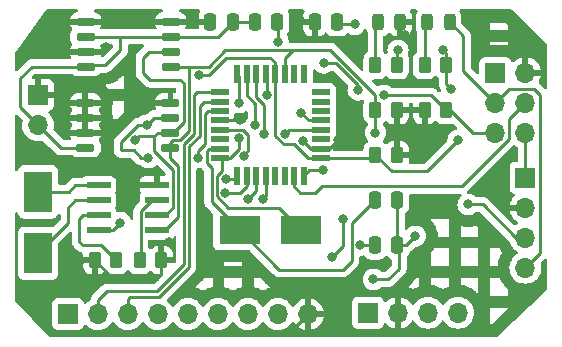
<source format=gtl>
%TF.GenerationSoftware,KiCad,Pcbnew,7.0.5-0*%
%TF.CreationDate,2023-07-14T22:27:31+02:00*%
%TF.ProjectId,MCU-Datalogger,4d43552d-4461-4746-916c-6f676765722e,V1.0*%
%TF.SameCoordinates,Original*%
%TF.FileFunction,Copper,L1,Top*%
%TF.FilePolarity,Positive*%
%FSLAX46Y46*%
G04 Gerber Fmt 4.6, Leading zero omitted, Abs format (unit mm)*
G04 Created by KiCad (PCBNEW 7.0.5-0) date 2023-07-14 22:27:31*
%MOMM*%
%LPD*%
G01*
G04 APERTURE LIST*
G04 Aperture macros list*
%AMRoundRect*
0 Rectangle with rounded corners*
0 $1 Rounding radius*
0 $2 $3 $4 $5 $6 $7 $8 $9 X,Y pos of 4 corners*
0 Add a 4 corners polygon primitive as box body*
4,1,4,$2,$3,$4,$5,$6,$7,$8,$9,$2,$3,0*
0 Add four circle primitives for the rounded corners*
1,1,$1+$1,$2,$3*
1,1,$1+$1,$4,$5*
1,1,$1+$1,$6,$7*
1,1,$1+$1,$8,$9*
0 Add four rect primitives between the rounded corners*
20,1,$1+$1,$2,$3,$4,$5,0*
20,1,$1+$1,$4,$5,$6,$7,0*
20,1,$1+$1,$6,$7,$8,$9,0*
20,1,$1+$1,$8,$9,$2,$3,0*%
G04 Aperture macros list end*
%TA.AperFunction,SMDPad,CuDef*%
%ADD10RoundRect,0.250000X0.262500X0.450000X-0.262500X0.450000X-0.262500X-0.450000X0.262500X-0.450000X0*%
%TD*%
%TA.AperFunction,ComponentPad*%
%ADD11R,1.700000X1.700000*%
%TD*%
%TA.AperFunction,ComponentPad*%
%ADD12O,1.700000X1.700000*%
%TD*%
%TA.AperFunction,SMDPad,CuDef*%
%ADD13RoundRect,0.250000X-0.262500X-0.450000X0.262500X-0.450000X0.262500X0.450000X-0.262500X0.450000X0*%
%TD*%
%TA.AperFunction,SMDPad,CuDef*%
%ADD14RoundRect,0.150000X-0.650000X-0.150000X0.650000X-0.150000X0.650000X0.150000X-0.650000X0.150000X0*%
%TD*%
%TA.AperFunction,SMDPad,CuDef*%
%ADD15RoundRect,0.243750X-0.243750X-0.456250X0.243750X-0.456250X0.243750X0.456250X-0.243750X0.456250X0*%
%TD*%
%TA.AperFunction,SMDPad,CuDef*%
%ADD16RoundRect,0.250000X0.250000X0.475000X-0.250000X0.475000X-0.250000X-0.475000X0.250000X-0.475000X0*%
%TD*%
%TA.AperFunction,SMDPad,CuDef*%
%ADD17RoundRect,0.250000X-0.250000X-0.475000X0.250000X-0.475000X0.250000X0.475000X-0.250000X0.475000X0*%
%TD*%
%TA.AperFunction,SMDPad,CuDef*%
%ADD18R,2.400000X3.500000*%
%TD*%
%TA.AperFunction,SMDPad,CuDef*%
%ADD19R,1.500000X0.550000*%
%TD*%
%TA.AperFunction,SMDPad,CuDef*%
%ADD20R,0.550000X1.500000*%
%TD*%
%TA.AperFunction,SMDPad,CuDef*%
%ADD21R,3.500000X2.400000*%
%TD*%
%TA.AperFunction,SMDPad,CuDef*%
%ADD22RoundRect,0.041300X-0.943700X-0.253700X0.943700X-0.253700X0.943700X0.253700X-0.943700X0.253700X0*%
%TD*%
%TA.AperFunction,ViaPad*%
%ADD23C,0.800000*%
%TD*%
%TA.AperFunction,Conductor*%
%ADD24C,0.250000*%
%TD*%
G04 APERTURE END LIST*
D10*
%TO.P,R3,1*%
%TO.N,/Vcc*%
X162480000Y-90170000D03*
%TO.P,R3,2*%
%TO.N,/SCK*%
X160655000Y-90170000D03*
%TD*%
D11*
%TO.P,BT1,1,+*%
%TO.N,/Vcc*%
X132080000Y-85085000D03*
D12*
%TO.P,BT1,2,-*%
%TO.N,GND*%
X132080000Y-87625000D03*
%TD*%
D13*
%TO.P,R6,1*%
%TO.N,/Vcc*%
X164822500Y-86360000D03*
%TO.P,R6,2*%
%TO.N,/RESET*%
X166647500Y-86360000D03*
%TD*%
D10*
%TO.P,R2,1*%
%TO.N,/Vcc*%
X142517500Y-99060000D03*
%TO.P,R2,2*%
%TO.N,Net-(U3-SQW{slash}~INT)*%
X140692500Y-99060000D03*
%TD*%
D14*
%TO.P,U2,1,A0*%
%TO.N,/Vcc*%
X136125400Y-78867400D03*
%TO.P,U2,2,A1*%
%TO.N,GND*%
X136125400Y-80137400D03*
%TO.P,U2,3,A2*%
%TO.N,/Vcc*%
X136125400Y-81407400D03*
%TO.P,U2,4,GND*%
%TO.N,GND*%
X136125400Y-82677400D03*
%TO.P,U2,5,SDA*%
%TO.N,/SDA*%
X143325400Y-82677400D03*
%TO.P,U2,6,SCL*%
%TO.N,/SCK*%
X143325400Y-81407400D03*
%TO.P,U2,7,WP*%
%TO.N,GND*%
X143325400Y-80137400D03*
%TO.P,U2,8,VCC*%
%TO.N,/Vcc*%
X143325400Y-78867400D03*
%TD*%
D12*
%TO.P,J2,4,Pin_4*%
%TO.N,/TX*%
X167640000Y-103505000D03*
%TO.P,J2,3,Pin_3*%
%TO.N,/RX*%
X165100000Y-103505000D03*
%TO.P,J2,2,Pin_2*%
%TO.N,/Vcc*%
X162560000Y-103505000D03*
D11*
%TO.P,J2,1,Pin_1*%
%TO.N,GND*%
X160020000Y-103505000D03*
%TD*%
D15*
%TO.P,D1,1,K*%
%TO.N,Net-(D1-K)*%
X160886300Y-78907400D03*
%TO.P,D1,2,A*%
%TO.N,/Vcc*%
X162761300Y-78907400D03*
%TD*%
D16*
%TO.P,C2,1*%
%TO.N,GND*%
X162517500Y-93980000D03*
%TO.P,C2,2*%
%TO.N,Net-(U4-PB6)*%
X160617500Y-93980000D03*
%TD*%
D12*
%TO.P,J1,4,Pin_4*%
%TO.N,/SCK*%
X173355000Y-99695000D03*
%TO.P,J1,3,Pin_3*%
%TO.N,/SDA*%
X173355000Y-97155000D03*
%TO.P,J1,2,Pin_2*%
%TO.N,/Vcc*%
X173355000Y-94615000D03*
D11*
%TO.P,J1,1,Pin_1*%
%TO.N,GND*%
X173355000Y-92075000D03*
%TD*%
D17*
%TO.P,C5,1*%
%TO.N,/Vcc*%
X155514000Y-78892400D03*
%TO.P,C5,2*%
%TO.N,GND*%
X157414000Y-78892400D03*
%TD*%
D11*
%TO.P,J3,1,Pin_1*%
%TO.N,/D2*%
X134620000Y-103632000D03*
D12*
%TO.P,J3,2,Pin_2*%
%TO.N,/D3*%
X137160000Y-103632000D03*
%TO.P,J3,3,Pin_3*%
%TO.N,/D4*%
X139700000Y-103632000D03*
%TO.P,J3,4,Pin_4*%
%TO.N,/D5*%
X142240000Y-103632000D03*
%TO.P,J3,5,Pin_5*%
%TO.N,/D6*%
X144780000Y-103632000D03*
%TO.P,J3,6,Pin_6*%
%TO.N,/D7*%
X147320000Y-103632000D03*
%TO.P,J3,7,Pin_7*%
%TO.N,/D8*%
X149860000Y-103632000D03*
%TO.P,J3,8,Pin_8*%
%TO.N,GND*%
X152400000Y-103632000D03*
%TO.P,J3,9,Pin_9*%
%TO.N,/Vcc*%
X154940000Y-103632000D03*
%TD*%
D13*
%TO.P,R1,1*%
%TO.N,/Vcc*%
X136882500Y-99060000D03*
%TO.P,R1,2*%
%TO.N,Net-(U3-~{INTA})*%
X138707500Y-99060000D03*
%TD*%
D18*
%TO.P,Y1,1,1*%
%TO.N,Net-(U3-X2)*%
X132080000Y-98485000D03*
%TO.P,Y1,2,2*%
%TO.N,Net-(U3-X1)*%
X132080000Y-93285000D03*
%TD*%
D15*
%TO.P,D2,2,A*%
%TO.N,/SCK*%
X166928800Y-78907400D03*
%TO.P,D2,1,K*%
%TO.N,Net-(D2-K)*%
X165053800Y-78907400D03*
%TD*%
D19*
%TO.P,U4,1,PD3*%
%TO.N,/D3*%
X147465000Y-84830000D03*
%TO.P,U4,2,PD4*%
%TO.N,/D4*%
X147465000Y-85630000D03*
%TO.P,U4,3,GND*%
%TO.N,GND*%
X147465000Y-86430000D03*
%TO.P,U4,4,VCC*%
%TO.N,/Vcc*%
X147465000Y-87230000D03*
%TO.P,U4,5,GND*%
%TO.N,GND*%
X147465000Y-88030000D03*
%TO.P,U4,6,VCC*%
%TO.N,unconnected-(U4-VCC-Pad6)*%
X147465000Y-88830000D03*
%TO.P,U4,7,PB6*%
%TO.N,Net-(U4-PB6)*%
X147465000Y-89630000D03*
%TO.P,U4,8,PB7*%
%TO.N,Net-(U4-PB7)*%
X147465000Y-90430000D03*
D20*
%TO.P,U4,9,PD5*%
%TO.N,/D5*%
X148965000Y-91930000D03*
%TO.P,U4,10,PD6*%
%TO.N,/D6*%
X149765000Y-91930000D03*
%TO.P,U4,11,PD7*%
%TO.N,/D7*%
X150565000Y-91930000D03*
%TO.P,U4,12,PB0*%
%TO.N,/D8*%
X151365000Y-91930000D03*
%TO.P,U4,13,PB1*%
%TO.N,unconnected-(U4-PB1-Pad13)*%
X152165000Y-91930000D03*
%TO.P,U4,14,PB2*%
%TO.N,unconnected-(U4-PB2-Pad14)*%
X152965000Y-91930000D03*
%TO.P,U4,15,PB3*%
%TO.N,/MOSI*%
X153765000Y-91930000D03*
%TO.P,U4,16,PB4*%
%TO.N,/MISO*%
X154565000Y-91930000D03*
D19*
%TO.P,U4,17,PB5*%
%TO.N,/SCK*%
X156065000Y-90430000D03*
%TO.P,U4,18,AVCC*%
%TO.N,/Vcc*%
X156065000Y-89630000D03*
%TO.P,U4,19,ADC6*%
%TO.N,unconnected-(U4-ADC6-Pad19)*%
X156065000Y-88830000D03*
%TO.P,U4,20,AREF*%
%TO.N,Net-(U4-AREF)*%
X156065000Y-88030000D03*
%TO.P,U4,21,GND*%
%TO.N,GND*%
X156065000Y-87230000D03*
%TO.P,U4,22,ADC7*%
%TO.N,unconnected-(U4-ADC7-Pad22)*%
X156065000Y-86430000D03*
%TO.P,U4,23,PC0*%
%TO.N,unconnected-(U4-PC0-Pad23)*%
X156065000Y-85630000D03*
%TO.P,U4,24,PC1*%
%TO.N,unconnected-(U4-PC1-Pad24)*%
X156065000Y-84830000D03*
D20*
%TO.P,U4,25,PC2*%
%TO.N,unconnected-(U4-PC2-Pad25)*%
X154565000Y-83330000D03*
%TO.P,U4,26,PC3*%
%TO.N,unconnected-(U4-PC3-Pad26)*%
X153765000Y-83330000D03*
%TO.P,U4,27,PC4*%
%TO.N,/SDA*%
X152965000Y-83330000D03*
%TO.P,U4,28,PC5*%
%TO.N,/SCK*%
X152165000Y-83330000D03*
%TO.P,U4,29,PC6/~{RESET}*%
%TO.N,/RESET*%
X151365000Y-83330000D03*
%TO.P,U4,30,PD0*%
%TO.N,/RX*%
X150565000Y-83330000D03*
%TO.P,U4,31,PD1*%
%TO.N,/TX*%
X149765000Y-83330000D03*
%TO.P,U4,32,PD2*%
%TO.N,/D2*%
X148965000Y-83330000D03*
%TD*%
D10*
%TO.P,R4,1*%
%TO.N,/Vcc*%
X162480000Y-86360000D03*
%TO.P,R4,2*%
%TO.N,/SDA*%
X160655000Y-86360000D03*
%TD*%
D14*
%TO.P,U1,1,A0*%
%TO.N,/Vcc*%
X136100000Y-85725000D03*
%TO.P,U1,2,A1*%
X136100000Y-86995000D03*
%TO.P,U1,3,A2*%
X136100000Y-88265000D03*
%TO.P,U1,4,GND*%
%TO.N,GND*%
X136100000Y-89535000D03*
%TO.P,U1,5,SDA*%
%TO.N,/SDA*%
X143300000Y-89535000D03*
%TO.P,U1,6,SCL*%
%TO.N,/SCK*%
X143300000Y-88265000D03*
%TO.P,U1,7,WP*%
%TO.N,GND*%
X143300000Y-86995000D03*
%TO.P,U1,8,VCC*%
%TO.N,/Vcc*%
X143300000Y-85725000D03*
%TD*%
D16*
%TO.P,C1,1*%
%TO.N,GND*%
X148574800Y-78892400D03*
%TO.P,C1,2*%
%TO.N,/Vcc*%
X146674800Y-78892400D03*
%TD*%
D21*
%TO.P,Y2,1,1*%
%TO.N,Net-(U4-PB7)*%
X154365000Y-96520000D03*
%TO.P,Y2,2,2*%
%TO.N,Net-(U4-PB6)*%
X149165000Y-96520000D03*
%TD*%
D22*
%TO.P,U3,1,X1*%
%TO.N,Net-(U3-X1)*%
X137225000Y-92710000D03*
%TO.P,U3,2,X2*%
%TO.N,Net-(U3-X2)*%
X137225000Y-93980000D03*
%TO.P,U3,3,~{INTA}*%
%TO.N,Net-(U3-~{INTA})*%
X137225000Y-95250000D03*
%TO.P,U3,4,GND*%
%TO.N,GND*%
X137225000Y-96520000D03*
%TO.P,U3,5,SDA*%
%TO.N,/SDA*%
X142175000Y-96520000D03*
%TO.P,U3,6,SCL*%
%TO.N,/SCK*%
X142175000Y-95250000D03*
%TO.P,U3,7,SQW/~INT*%
%TO.N,Net-(U3-SQW{slash}~INT)*%
X142175000Y-93980000D03*
%TO.P,U3,8,VCC*%
%TO.N,/Vcc*%
X142175000Y-92710000D03*
%TD*%
D13*
%TO.P,R7,1*%
%TO.N,Net-(D1-K)*%
X160655000Y-82550000D03*
%TO.P,R7,2*%
%TO.N,GND*%
X162480000Y-82550000D03*
%TD*%
D11*
%TO.P,J4,1,Pin_1*%
%TO.N,/MISO*%
X170810000Y-83200000D03*
D12*
%TO.P,J4,2,Pin_2*%
%TO.N,/Vcc*%
X173350000Y-83200000D03*
%TO.P,J4,3,Pin_3*%
%TO.N,/SCK*%
X170810000Y-85740000D03*
%TO.P,J4,4,Pin_4*%
%TO.N,/MOSI*%
X173350000Y-85740000D03*
%TO.P,J4,5,Pin_5*%
%TO.N,/RESET*%
X170810000Y-88280000D03*
%TO.P,J4,6,Pin_6*%
%TO.N,GND*%
X173350000Y-88280000D03*
%TD*%
D10*
%TO.P,R5,1*%
%TO.N,GND*%
X166647500Y-82550000D03*
%TO.P,R5,2*%
%TO.N,Net-(D2-K)*%
X164822500Y-82550000D03*
%TD*%
D17*
%TO.P,C3,1*%
%TO.N,GND*%
X150459400Y-78892400D03*
%TO.P,C3,2*%
%TO.N,Net-(U4-PB7)*%
X152359400Y-78892400D03*
%TD*%
D16*
%TO.P,C4,1*%
%TO.N,GND*%
X162517500Y-97790000D03*
%TO.P,C4,2*%
%TO.N,Net-(U4-AREF)*%
X160617500Y-97790000D03*
%TD*%
D23*
%TO.N,GND*%
X160477200Y-100685600D03*
X141422901Y-90377499D03*
%TO.N,/Vcc*%
X140004800Y-92710000D03*
X143154400Y-97485200D03*
X139750800Y-82042000D03*
X137871200Y-81026000D03*
%TO.N,GND*%
X157886400Y-95554800D03*
X156972000Y-98806000D03*
X167081200Y-84582000D03*
X149539099Y-90255499D03*
X154330400Y-86563200D03*
X145599500Y-90373200D03*
%TO.N,/Vcc*%
X154305000Y-78740000D03*
%TO.N,/SCK*%
X167640000Y-88900000D03*
%TO.N,/Vcc*%
X163195000Y-80010000D03*
X149199600Y-87174500D03*
X154484500Y-88949341D03*
%TO.N,Net-(U4-PB7)*%
X152400000Y-80555500D03*
X149098000Y-88754500D03*
%TO.N,/RESET*%
X151440500Y-85090000D03*
X159190201Y-84649799D03*
X161379500Y-85090000D03*
X156281901Y-82376499D03*
%TO.N,/D8*%
X151130000Y-93890500D03*
%TO.N,/D7*%
X149860000Y-93890500D03*
%TO.N,/D6*%
X147955000Y-93345000D03*
%TO.N,/D5*%
X148031200Y-92202000D03*
%TO.N,/D2*%
X149135500Y-85725000D03*
%TO.N,/SCK*%
X140335000Y-88900000D03*
X145680555Y-83401900D03*
%TO.N,/MISO*%
X156210000Y-91440000D03*
%TO.N,/Vcc*%
X157480000Y-88900000D03*
%TO.N,/TX*%
X150495500Y-87629500D03*
%TO.N,/RX*%
X151217282Y-88354500D03*
%TO.N,Net-(U4-AREF)*%
X153035500Y-88354000D03*
X159385000Y-97790000D03*
%TO.N,GND*%
X164033200Y-97028000D03*
%TO.N,/SDA*%
X160655000Y-88265000D03*
X168503600Y-94335600D03*
%TO.N,/Vcc*%
X163830000Y-88900000D03*
%TO.N,GND*%
X166370000Y-81280000D03*
X162560000Y-81280000D03*
X158902400Y-79095600D03*
X141274800Y-87630000D03*
X139065000Y-95885000D03*
%TD*%
D24*
%TO.N,/SDA*%
X168503600Y-94335600D02*
X169722800Y-94335600D01*
X169722800Y-94335600D02*
X172542200Y-97155000D01*
X172542200Y-97155000D02*
X173355000Y-97155000D01*
%TO.N,GND*%
X156972000Y-98806000D02*
X157886400Y-97891600D01*
X157886400Y-97891600D02*
X157886400Y-95554800D01*
X160477200Y-100685600D02*
X161747200Y-100685600D01*
X161747200Y-100685600D02*
X162661600Y-99771200D01*
X162661600Y-97934100D02*
X162517500Y-97790000D01*
X162661600Y-99771200D02*
X162661600Y-97934100D01*
X162517500Y-97790000D02*
X163271200Y-97790000D01*
X163271200Y-97790000D02*
X164033200Y-97028000D01*
X149398805Y-88030000D02*
X147465000Y-88030000D01*
X149539099Y-90255499D02*
X149539099Y-90104099D01*
X149823000Y-89820198D02*
X149823000Y-88454195D01*
X149539099Y-90104099D02*
X149823000Y-89820198D01*
X149823000Y-88454195D02*
X149398805Y-88030000D01*
%TO.N,Net-(U4-PB7)*%
X149098000Y-88754500D02*
X149098000Y-89672000D01*
X149098000Y-89672000D02*
X148340000Y-90430000D01*
X148340000Y-90430000D02*
X147465000Y-90430000D01*
%TO.N,GND*%
X141422901Y-90377499D02*
X140787194Y-90377499D01*
X140173295Y-89763600D02*
X139141200Y-89763600D01*
X140787194Y-90377499D02*
X140173295Y-89763600D01*
X139141200Y-89068495D02*
X140579695Y-87630000D01*
X140579695Y-87630000D02*
X141274800Y-87630000D01*
X139141200Y-89763600D02*
X139141200Y-89068495D01*
X147465000Y-86430000D02*
X146465000Y-86430000D01*
X145599500Y-89858500D02*
X145599500Y-90373200D01*
X146465000Y-86430000D02*
X146225000Y-86670000D01*
X146225000Y-86670000D02*
X146225000Y-89233000D01*
X146225000Y-89233000D02*
X145599500Y-89858500D01*
X141909800Y-86995000D02*
X143300000Y-86995000D01*
X141274800Y-87630000D02*
X141909800Y-86995000D01*
%TO.N,Net-(U4-PB6)*%
X146780000Y-94135000D02*
X146780000Y-91258604D01*
X146780000Y-91258604D02*
X146390000Y-90868604D01*
X149165000Y-96520000D02*
X146780000Y-94135000D01*
X146590000Y-89630000D02*
X147465000Y-89630000D01*
X146390000Y-90868604D02*
X146390000Y-89830000D01*
X146390000Y-89830000D02*
X146590000Y-89630000D01*
%TO.N,Net-(U4-PB7)*%
X147230000Y-91977895D02*
X147675600Y-91532295D01*
X152460000Y-94615000D02*
X148199695Y-94615000D01*
X154365000Y-96520000D02*
X152460000Y-94615000D01*
X148199695Y-94615000D02*
X147230000Y-93645305D01*
X147675600Y-91532295D02*
X147675600Y-90640600D01*
X147675600Y-90640600D02*
X147465000Y-90430000D01*
X147230000Y-93645305D02*
X147230000Y-91977895D01*
%TO.N,/D5*%
X148693000Y-92202000D02*
X148965000Y-91930000D01*
X148031200Y-92202000D02*
X148693000Y-92202000D01*
%TO.N,GND*%
X136125400Y-82677400D02*
X131546200Y-82677400D01*
X130556000Y-83667600D02*
X130556000Y-86101000D01*
X131546200Y-82677400D02*
X130556000Y-83667600D01*
X130556000Y-86101000D02*
X132080000Y-87625000D01*
%TO.N,/SCK*%
X160655000Y-90170000D02*
X162026600Y-91541600D01*
X162026600Y-91541600D02*
X164998400Y-91541600D01*
X164998400Y-91541600D02*
X167640000Y-88900000D01*
X166928800Y-78907400D02*
X168097200Y-80075800D01*
X168097200Y-80075800D02*
X168097200Y-83027200D01*
X168097200Y-83027200D02*
X170810000Y-85740000D01*
%TO.N,/SDA*%
X160655000Y-88265000D02*
X160655000Y-86360000D01*
%TO.N,/Vcc*%
X149199600Y-87174500D02*
X149144100Y-87230000D01*
X149144100Y-87230000D02*
X147465000Y-87230000D01*
%TO.N,/MOSI*%
X173350000Y-85740000D02*
X171985000Y-87105000D01*
X171985000Y-87105000D02*
X171985000Y-88766701D01*
X171985000Y-88766701D02*
X167940101Y-92811600D01*
X153765000Y-92805000D02*
X153765000Y-91930000D01*
X167940101Y-92811600D02*
X156108400Y-92811600D01*
X156108400Y-92811600D02*
X155575000Y-93345000D01*
X155575000Y-93345000D02*
X154305000Y-93345000D01*
X154305000Y-93345000D02*
X153765000Y-92805000D01*
%TO.N,/RESET*%
X156281901Y-82376499D02*
X157305103Y-82376499D01*
X157305103Y-82376499D02*
X159190201Y-84261597D01*
X159190201Y-84261597D02*
X159190201Y-84649799D01*
%TO.N,Net-(U3-~{INTA})*%
X138707500Y-99060000D02*
X137437500Y-97790000D01*
X135890000Y-97790000D02*
X135585200Y-97485200D01*
X137437500Y-97790000D02*
X135890000Y-97790000D01*
X135585200Y-97485200D02*
X135585200Y-95554800D01*
X135585200Y-95554800D02*
X135890000Y-95250000D01*
X135890000Y-95250000D02*
X137225000Y-95250000D01*
%TO.N,/Vcc*%
X153263600Y-105308400D02*
X133350000Y-105308400D01*
X135991600Y-99060000D02*
X136882500Y-99060000D01*
X133350000Y-105308400D02*
X132892800Y-104851200D01*
X132892800Y-102158800D02*
X135991600Y-99060000D01*
X154940000Y-103632000D02*
X153263600Y-105308400D01*
X132892800Y-104851200D02*
X132892800Y-102158800D01*
X142517500Y-99060000D02*
X142517500Y-100255700D01*
X142517500Y-100255700D02*
X142138400Y-100634800D01*
X142138400Y-100634800D02*
X138457300Y-100634800D01*
X138457300Y-100634800D02*
X136882500Y-99060000D01*
%TO.N,/D3*%
X137160000Y-103632000D02*
X137160000Y-102463600D01*
X145325000Y-85090000D02*
X145585000Y-84830000D01*
X137914800Y-101708800D02*
X142129804Y-101708800D01*
X137160000Y-102463600D02*
X137914800Y-101708800D01*
X142129804Y-101708800D02*
X144425000Y-99413604D01*
X144425000Y-99413604D02*
X144425000Y-89248147D01*
X144425000Y-89248147D02*
X145325000Y-88348147D01*
X145325000Y-88348147D02*
X145325000Y-85090000D01*
X145585000Y-84830000D02*
X147465000Y-84830000D01*
%TO.N,/D4*%
X139700000Y-103632000D02*
X139700000Y-102311200D01*
X145775000Y-88534543D02*
X145775000Y-86000000D01*
X144875000Y-99600000D02*
X144875000Y-89434543D01*
X139700000Y-102311200D02*
X139852400Y-102158800D01*
X139852400Y-102158800D02*
X142316200Y-102158800D01*
X142316200Y-102158800D02*
X144875000Y-99600000D01*
X144875000Y-89434543D02*
X145775000Y-88534543D01*
X145775000Y-86000000D02*
X146145000Y-85630000D01*
X146145000Y-85630000D02*
X147465000Y-85630000D01*
%TO.N,GND*%
X157617200Y-79095600D02*
X157414000Y-78892400D01*
X158902400Y-79095600D02*
X157617200Y-79095600D01*
%TO.N,Net-(U4-PB6)*%
X149165000Y-96520000D02*
X152517800Y-99872800D01*
X152517800Y-99872800D02*
X157886400Y-99872800D01*
X157886400Y-99872800D02*
X158660000Y-99099200D01*
X158660000Y-99099200D02*
X158660000Y-95937500D01*
X158660000Y-95937500D02*
X160617500Y-93980000D01*
%TO.N,GND*%
X173350000Y-88280000D02*
X173350000Y-92070000D01*
X173350000Y-92070000D02*
X173355000Y-92075000D01*
%TO.N,/SCK*%
X152165000Y-83330000D02*
X152165000Y-88508805D01*
X152165000Y-88508805D02*
X152905841Y-89249646D01*
X152905841Y-89249646D02*
X153759500Y-89249646D01*
X153759500Y-89249646D02*
X154939854Y-90430000D01*
X154939854Y-90430000D02*
X156065000Y-90430000D01*
%TO.N,Net-(U4-AREF)*%
X153035500Y-88354000D02*
X153359500Y-88030000D01*
X153359500Y-88030000D02*
X156065000Y-88030000D01*
%TO.N,/TX*%
X150495500Y-85806701D02*
X149765000Y-85076201D01*
X149765000Y-85076201D02*
X149765000Y-83330000D01*
X150495500Y-87629500D02*
X150495500Y-85806701D01*
%TO.N,/RX*%
X151220000Y-85894805D02*
X150565000Y-85239805D01*
X150565000Y-85239805D02*
X150565000Y-83330000D01*
X151217282Y-88354500D02*
X151220000Y-88351782D01*
X151220000Y-88351782D02*
X151220000Y-85894805D01*
%TO.N,GND*%
X166647500Y-84148300D02*
X167081200Y-84582000D01*
X166647500Y-82550000D02*
X166647500Y-84148300D01*
X154997200Y-87230000D02*
X154330400Y-86563200D01*
X156065000Y-87230000D02*
X154997200Y-87230000D01*
%TO.N,/SDA*%
X142175000Y-96520000D02*
X142876396Y-96520000D01*
X143300000Y-90417200D02*
X143300000Y-89535000D01*
X142876396Y-96520000D02*
X143960000Y-95436396D01*
X143960000Y-95436396D02*
X143960000Y-91077200D01*
X143960000Y-91077200D02*
X143300000Y-90417200D01*
%TO.N,/Vcc*%
X154457400Y-78892400D02*
X154305000Y-78740000D01*
X155514000Y-78892400D02*
X154457400Y-78892400D01*
X162761300Y-79576300D02*
X163195000Y-80010000D01*
X162761300Y-78907400D02*
X162761300Y-79576300D01*
%TO.N,/RESET*%
X161379500Y-85090000D02*
X165377500Y-85090000D01*
X165377500Y-85090000D02*
X166647500Y-86360000D01*
%TO.N,/Vcc*%
X155165159Y-89630000D02*
X156065000Y-89630000D01*
X154484500Y-88949341D02*
X155165159Y-89630000D01*
%TO.N,/D2*%
X149135500Y-83500500D02*
X148965000Y-83330000D01*
X149135500Y-85725000D02*
X149135500Y-83500500D01*
%TO.N,Net-(U4-PB7)*%
X152400000Y-80555500D02*
X152400000Y-78933000D01*
X152400000Y-78933000D02*
X152359400Y-78892400D01*
%TO.N,/SDA*%
X147955000Y-81280000D02*
X153670000Y-81280000D01*
X146557600Y-82677400D02*
X147955000Y-81280000D01*
X144907400Y-82677400D02*
X146557600Y-82677400D01*
%TO.N,/RESET*%
X151440500Y-85090000D02*
X151440500Y-83405500D01*
X151440500Y-83405500D02*
X151365000Y-83330000D01*
%TO.N,Net-(U3-SQW{slash}~INT)*%
X140692500Y-99060000D02*
X140785000Y-98967500D01*
X140785000Y-98967500D02*
X140785000Y-94924574D01*
X141729574Y-93980000D02*
X142175000Y-93980000D01*
X140785000Y-94924574D02*
X141729574Y-93980000D01*
%TO.N,/D8*%
X151130000Y-93890500D02*
X151365000Y-93655500D01*
X151365000Y-93655500D02*
X151365000Y-91930000D01*
%TO.N,/D7*%
X149860000Y-93890500D02*
X150565000Y-93185500D01*
X150565000Y-93185500D02*
X150565000Y-91930000D01*
%TO.N,/D6*%
X147955000Y-93345000D02*
X149225000Y-93345000D01*
X149225000Y-93345000D02*
X149765000Y-92805000D01*
X149765000Y-92805000D02*
X149765000Y-91930000D01*
%TO.N,/SCK*%
X145680555Y-83401900D02*
X146525600Y-83401900D01*
X146525600Y-83401900D02*
X148012500Y-81915000D01*
X148012500Y-81915000D02*
X151765000Y-81915000D01*
X152165000Y-82315000D02*
X152165000Y-83330000D01*
X151765000Y-81915000D02*
X152165000Y-82315000D01*
%TO.N,/SDA*%
X143300000Y-89105875D02*
X143515875Y-88890000D01*
X144146751Y-88890000D02*
X144875000Y-88161751D01*
X143515875Y-88890000D02*
X144146751Y-88890000D01*
X143300000Y-89535000D02*
X143300000Y-89105875D01*
X144875000Y-82709800D02*
X144907400Y-82677400D01*
X144875000Y-88161751D02*
X144875000Y-82709800D01*
%TO.N,/SCK*%
X142175000Y-95250000D02*
X142875000Y-95250000D01*
X143510000Y-94615000D02*
X143510000Y-91440000D01*
X142875000Y-95250000D02*
X143510000Y-94615000D01*
X143510000Y-91440000D02*
X141922500Y-89852500D01*
X141922500Y-89852500D02*
X141922500Y-88582500D01*
X141922500Y-88582500D02*
X142240000Y-88265000D01*
X140652500Y-88582500D02*
X141922500Y-88582500D01*
X140335000Y-88900000D02*
X140652500Y-88582500D01*
X142240000Y-88265000D02*
X143300000Y-88265000D01*
X144425000Y-84100000D02*
X144145000Y-83820000D01*
X143501751Y-88265000D02*
X144425000Y-87341751D01*
X140970000Y-83185000D02*
X140970000Y-81915000D01*
X143300000Y-88265000D02*
X143501751Y-88265000D01*
X144145000Y-83820000D02*
X141605000Y-83820000D01*
X144425000Y-87341751D02*
X144425000Y-84100000D01*
X141605000Y-83820000D02*
X140970000Y-83185000D01*
X140970000Y-81915000D02*
X141477600Y-81407400D01*
X141477600Y-81407400D02*
X143325400Y-81407400D01*
%TO.N,/SDA*%
X144907400Y-82677400D02*
X143325400Y-82677400D01*
%TO.N,/MISO*%
X156210000Y-91440000D02*
X155055000Y-91440000D01*
X155055000Y-91440000D02*
X154565000Y-91930000D01*
%TO.N,/Vcc*%
X156750000Y-89630000D02*
X156065000Y-89630000D01*
X157480000Y-88900000D02*
X156750000Y-89630000D01*
%TO.N,Net-(U4-AREF)*%
X160617500Y-97790000D02*
X159385000Y-97790000D01*
%TO.N,/SCK*%
X174625000Y-98425000D02*
X174625000Y-85090000D01*
X173355000Y-99695000D02*
X174625000Y-98425000D01*
X174100000Y-84565000D02*
X171985000Y-84565000D01*
X174625000Y-85090000D02*
X174100000Y-84565000D01*
X171985000Y-84565000D02*
X170810000Y-85740000D01*
%TO.N,/Vcc*%
X163195000Y-88265000D02*
X163830000Y-88900000D01*
X162480000Y-88265000D02*
X162480000Y-86360000D01*
X162480000Y-90170000D02*
X162480000Y-88265000D01*
X162480000Y-88265000D02*
X163195000Y-88265000D01*
%TO.N,/RESET*%
X166647500Y-86360000D02*
X167005000Y-86360000D01*
X167005000Y-86360000D02*
X168925000Y-88280000D01*
X168925000Y-88280000D02*
X170810000Y-88280000D01*
%TO.N,GND*%
X166647500Y-81557500D02*
X166370000Y-81280000D01*
X166647500Y-82550000D02*
X166647500Y-81557500D01*
X162480000Y-81360000D02*
X162560000Y-81280000D01*
X162480000Y-82550000D02*
X162480000Y-81360000D01*
%TO.N,Net-(D2-K)*%
X164822500Y-82550000D02*
X164822500Y-79138700D01*
X164822500Y-79138700D02*
X165053800Y-78907400D01*
%TO.N,Net-(D1-K)*%
X160655000Y-82550000D02*
X160655000Y-79138700D01*
X160655000Y-79138700D02*
X160886300Y-78907400D01*
%TO.N,/SDA*%
X156845000Y-81280000D02*
X153670000Y-81280000D01*
X160655000Y-85090000D02*
X156845000Y-81280000D01*
X160655000Y-86360000D02*
X160655000Y-85090000D01*
X153670000Y-81280000D02*
X152965000Y-81985000D01*
X152965000Y-81985000D02*
X152965000Y-83330000D01*
%TO.N,/SCK*%
X160655000Y-90170000D02*
X160395000Y-90430000D01*
X160395000Y-90430000D02*
X156065000Y-90430000D01*
%TO.N,/Vcc*%
X164822500Y-86360000D02*
X162480000Y-86360000D01*
%TO.N,GND*%
X157414000Y-78892400D02*
X157632400Y-78892400D01*
X162517500Y-97790000D02*
X162517500Y-93980000D01*
X138430000Y-96520000D02*
X139065000Y-95885000D01*
X137225000Y-96520000D02*
X138430000Y-96520000D01*
%TO.N,/Vcc*%
X141605000Y-92710000D02*
X142175000Y-92710000D01*
%TO.N,Net-(U3-X2)*%
X132080000Y-98485000D02*
X134620000Y-95945000D01*
X134620000Y-95945000D02*
X134620000Y-94615000D01*
X134620000Y-94615000D02*
X135255000Y-93980000D01*
X135255000Y-93980000D02*
X137225000Y-93980000D01*
%TO.N,Net-(U3-X1)*%
X134680000Y-93285000D02*
X135255000Y-92710000D01*
X135255000Y-92710000D02*
X137225000Y-92710000D01*
X132080000Y-93285000D02*
X134680000Y-93285000D01*
%TO.N,/Vcc*%
X136100000Y-88265000D02*
X138428604Y-88265000D01*
X138428604Y-88265000D02*
X140968604Y-85725000D01*
X140968604Y-85725000D02*
X143300000Y-85725000D01*
%TO.N,GND*%
X136100000Y-89535000D02*
X133990000Y-89535000D01*
X133990000Y-89535000D02*
X132080000Y-87625000D01*
%TO.N,/Vcc*%
X136100000Y-86995000D02*
X136100000Y-85725000D01*
X136100000Y-88265000D02*
X136100000Y-86995000D01*
%TO.N,GND*%
X136252800Y-82550000D02*
X137795000Y-82550000D01*
X136125400Y-80137400D02*
X139065000Y-80137400D01*
X136125400Y-82677400D02*
X136252800Y-82550000D01*
X139065000Y-80137400D02*
X143325400Y-80137400D01*
X139065000Y-81280000D02*
X139065000Y-80137400D01*
X137795000Y-82550000D02*
X139065000Y-81280000D01*
%TO.N,/Vcc*%
X136125400Y-78867400D02*
X133857600Y-78867400D01*
X133350000Y-80645000D02*
X134112400Y-81407400D01*
X133350000Y-79375000D02*
X133350000Y-80645000D01*
X133857600Y-78867400D02*
X133350000Y-79375000D01*
X134112400Y-81407400D02*
X136125400Y-81407400D01*
%TO.N,GND*%
X143325400Y-80137400D02*
X147329800Y-80137400D01*
X147329800Y-80137400D02*
X148574800Y-78892400D01*
X148574800Y-78892400D02*
X150459400Y-78892400D01*
%TO.N,/Vcc*%
X143325400Y-78867400D02*
X146649800Y-78867400D01*
X146649800Y-78867400D02*
X146674800Y-78892400D01*
%TD*%
%TA.AperFunction,Conductor*%
%TO.N,/Vcc*%
G36*
X145873028Y-91255801D02*
G01*
X145924688Y-91294858D01*
X145925066Y-91294504D01*
X145927139Y-91296712D01*
X145928761Y-91297938D01*
X145929450Y-91298875D01*
X145930406Y-91300191D01*
X145966308Y-91329892D01*
X145970619Y-91333814D01*
X146118182Y-91481376D01*
X146151666Y-91542697D01*
X146154500Y-91569056D01*
X146154500Y-94052255D01*
X146152775Y-94067872D01*
X146153061Y-94067899D01*
X146152326Y-94075666D01*
X146154469Y-94143846D01*
X146154500Y-94145793D01*
X146154500Y-94174343D01*
X146154501Y-94174360D01*
X146155368Y-94181231D01*
X146155826Y-94187050D01*
X146157290Y-94233624D01*
X146157291Y-94233627D01*
X146162880Y-94252867D01*
X146166824Y-94271911D01*
X146169336Y-94291792D01*
X146170236Y-94294064D01*
X146186490Y-94335119D01*
X146188382Y-94340647D01*
X146200660Y-94382908D01*
X146201382Y-94385390D01*
X146211386Y-94402307D01*
X146211580Y-94402634D01*
X146220138Y-94420103D01*
X146227514Y-94438732D01*
X146254898Y-94476423D01*
X146258106Y-94481307D01*
X146281827Y-94521416D01*
X146281833Y-94521424D01*
X146295990Y-94535580D01*
X146308628Y-94550376D01*
X146319814Y-94565773D01*
X146320406Y-94566587D01*
X146346048Y-94587800D01*
X146356309Y-94596288D01*
X146360620Y-94600210D01*
X146756663Y-94996254D01*
X146884008Y-95123599D01*
X146917493Y-95184922D01*
X146919616Y-95224533D01*
X146914500Y-95272127D01*
X146914500Y-95272128D01*
X146914500Y-95272132D01*
X146914500Y-97767870D01*
X146914501Y-97767876D01*
X146920908Y-97827483D01*
X146971202Y-97962328D01*
X146971206Y-97962335D01*
X147057452Y-98077544D01*
X147057455Y-98077547D01*
X147172664Y-98163793D01*
X147172671Y-98163797D01*
X147307517Y-98214091D01*
X147307516Y-98214091D01*
X147314444Y-98214835D01*
X147367127Y-98220500D01*
X149929546Y-98220499D01*
X149996585Y-98240184D01*
X150017227Y-98256818D01*
X152016997Y-100256588D01*
X152026822Y-100268851D01*
X152027043Y-100268669D01*
X152032011Y-100274674D01*
X152032013Y-100274676D01*
X152032014Y-100274677D01*
X152050637Y-100292165D01*
X152081732Y-100321366D01*
X152083132Y-100322723D01*
X152103323Y-100342915D01*
X152103327Y-100342918D01*
X152103329Y-100342920D01*
X152108811Y-100347173D01*
X152113243Y-100350957D01*
X152147218Y-100382862D01*
X152164776Y-100392514D01*
X152181035Y-100403195D01*
X152196864Y-100415473D01*
X152239638Y-100433982D01*
X152244856Y-100436538D01*
X152285708Y-100458997D01*
X152305116Y-100463980D01*
X152323517Y-100470280D01*
X152341904Y-100478237D01*
X152385288Y-100485108D01*
X152387919Y-100485525D01*
X152393639Y-100486709D01*
X152438781Y-100498300D01*
X152458816Y-100498300D01*
X152478214Y-100499826D01*
X152497994Y-100502959D01*
X152497995Y-100502960D01*
X152497995Y-100502959D01*
X152497996Y-100502960D01*
X152544383Y-100498575D01*
X152550222Y-100498300D01*
X157803657Y-100498300D01*
X157819277Y-100500024D01*
X157819304Y-100499739D01*
X157827066Y-100500473D01*
X157827066Y-100500472D01*
X157827067Y-100500473D01*
X157830399Y-100500368D01*
X157895247Y-100498331D01*
X157897194Y-100498300D01*
X157925747Y-100498300D01*
X157925750Y-100498300D01*
X157932628Y-100497430D01*
X157938441Y-100496972D01*
X157985027Y-100495509D01*
X158004269Y-100489917D01*
X158023312Y-100485974D01*
X158043192Y-100483464D01*
X158086522Y-100466307D01*
X158092046Y-100464417D01*
X158095796Y-100463327D01*
X158136790Y-100451418D01*
X158154029Y-100441222D01*
X158171503Y-100432662D01*
X158190127Y-100425288D01*
X158190127Y-100425287D01*
X158190132Y-100425286D01*
X158227849Y-100397882D01*
X158232705Y-100394692D01*
X158272820Y-100370970D01*
X158286989Y-100356799D01*
X158301779Y-100344168D01*
X158317987Y-100332394D01*
X158347699Y-100296476D01*
X158351612Y-100292176D01*
X159043786Y-99600002D01*
X159056048Y-99590180D01*
X159055865Y-99589959D01*
X159061873Y-99584988D01*
X159061877Y-99584986D01*
X159108649Y-99535177D01*
X159109891Y-99533897D01*
X159130120Y-99513670D01*
X159134373Y-99508186D01*
X159138150Y-99503763D01*
X159170062Y-99469782D01*
X159179714Y-99452223D01*
X159190389Y-99435972D01*
X159202674Y-99420136D01*
X159221186Y-99377352D01*
X159223742Y-99372135D01*
X159246197Y-99331292D01*
X159251180Y-99311880D01*
X159257477Y-99293491D01*
X159265438Y-99275095D01*
X159272729Y-99229053D01*
X159273908Y-99223362D01*
X159285500Y-99178219D01*
X159285500Y-99158182D01*
X159287027Y-99138782D01*
X159290160Y-99119004D01*
X159285775Y-99072615D01*
X159285500Y-99066777D01*
X159285500Y-98814500D01*
X159305185Y-98747461D01*
X159357989Y-98701706D01*
X159409500Y-98690500D01*
X159479644Y-98690500D01*
X159479646Y-98690500D01*
X159631591Y-98658203D01*
X159701256Y-98663519D01*
X159756990Y-98705656D01*
X159762907Y-98714393D01*
X159774788Y-98733656D01*
X159898844Y-98857712D01*
X160048166Y-98949814D01*
X160214703Y-99004999D01*
X160317491Y-99015500D01*
X160917508Y-99015499D01*
X160917516Y-99015498D01*
X160917519Y-99015498D01*
X160973802Y-99009748D01*
X161020297Y-99004999D01*
X161186834Y-98949814D01*
X161336156Y-98857712D01*
X161460212Y-98733656D01*
X161461961Y-98730819D01*
X161463669Y-98729283D01*
X161464693Y-98727989D01*
X161464914Y-98728163D01*
X161513906Y-98684096D01*
X161582868Y-98672872D01*
X161646951Y-98700713D01*
X161673037Y-98730817D01*
X161674788Y-98733656D01*
X161798844Y-98857712D01*
X161948166Y-98949814D01*
X161951093Y-98950784D01*
X161952845Y-98951996D01*
X161954716Y-98952869D01*
X161954567Y-98953188D01*
X162008541Y-98990550D01*
X162035371Y-99055063D01*
X162036100Y-99068493D01*
X162036100Y-99460747D01*
X162016415Y-99527786D01*
X161999781Y-99548428D01*
X161524428Y-100023781D01*
X161463105Y-100057266D01*
X161436747Y-100060100D01*
X161180948Y-100060100D01*
X161113909Y-100040415D01*
X161088800Y-100019074D01*
X161083073Y-100012714D01*
X161083069Y-100012710D01*
X160929934Y-99901451D01*
X160929929Y-99901448D01*
X160757007Y-99824457D01*
X160757002Y-99824455D01*
X160599622Y-99791004D01*
X160571846Y-99785100D01*
X160382554Y-99785100D01*
X160354778Y-99791004D01*
X160197397Y-99824455D01*
X160197392Y-99824457D01*
X160024470Y-99901448D01*
X160024465Y-99901451D01*
X159871329Y-100012711D01*
X159744666Y-100153385D01*
X159650021Y-100317315D01*
X159650018Y-100317322D01*
X159592122Y-100495509D01*
X159591526Y-100497344D01*
X159571740Y-100685600D01*
X159591526Y-100873856D01*
X159591527Y-100873859D01*
X159650018Y-101053877D01*
X159650021Y-101053884D01*
X159744667Y-101217816D01*
X159846406Y-101330808D01*
X159871329Y-101358488D01*
X160024465Y-101469748D01*
X160024470Y-101469751D01*
X160197392Y-101546742D01*
X160197397Y-101546744D01*
X160382554Y-101586100D01*
X160382555Y-101586100D01*
X160571844Y-101586100D01*
X160571846Y-101586100D01*
X160757003Y-101546744D01*
X160929930Y-101469751D01*
X161083071Y-101358488D01*
X161085988Y-101355247D01*
X161088800Y-101352126D01*
X161148287Y-101315479D01*
X161163077Y-101313496D01*
X163415275Y-101313496D01*
X163421834Y-101316213D01*
X163424309Y-101317302D01*
X163680311Y-101436678D01*
X163682737Y-101437875D01*
X163714157Y-101454231D01*
X163716529Y-101455531D01*
X163756595Y-101478663D01*
X163758907Y-101480066D01*
X163788805Y-101499112D01*
X163791057Y-101500616D01*
X163829564Y-101527579D01*
X163868690Y-101500184D01*
X163870939Y-101498680D01*
X163900819Y-101479645D01*
X163903131Y-101478243D01*
X163943194Y-101455112D01*
X163945565Y-101453810D01*
X163977001Y-101437445D01*
X163979428Y-101436248D01*
X164235518Y-101316830D01*
X164237994Y-101315741D01*
X164270713Y-101302188D01*
X164273231Y-101301209D01*
X164316704Y-101285383D01*
X164319269Y-101284512D01*
X164353086Y-101273849D01*
X164355684Y-101273091D01*
X164374259Y-101268113D01*
X164374259Y-100573600D01*
X165372259Y-100573600D01*
X165372259Y-101171348D01*
X165445432Y-101177751D01*
X165448121Y-101178045D01*
X165483245Y-101182669D01*
X165485919Y-101183081D01*
X165531478Y-101191114D01*
X165534133Y-101191641D01*
X165568732Y-101199312D01*
X165571359Y-101199955D01*
X165844315Y-101273091D01*
X165846914Y-101273849D01*
X165880731Y-101284512D01*
X165883296Y-101285383D01*
X165926769Y-101301209D01*
X165929287Y-101302188D01*
X165962006Y-101315741D01*
X165964482Y-101316830D01*
X166220563Y-101436243D01*
X166222988Y-101437440D01*
X166254408Y-101453795D01*
X166256778Y-101455096D01*
X166296845Y-101478226D01*
X166299160Y-101479631D01*
X166329057Y-101498677D01*
X166331307Y-101500181D01*
X166369999Y-101527274D01*
X166408689Y-101500184D01*
X166410939Y-101498680D01*
X166440819Y-101479645D01*
X166443131Y-101478243D01*
X166483194Y-101455112D01*
X166485565Y-101453810D01*
X166517001Y-101437445D01*
X166519428Y-101436248D01*
X166775518Y-101316830D01*
X166777994Y-101315741D01*
X166810713Y-101302188D01*
X166813231Y-101301209D01*
X166856704Y-101285383D01*
X166859269Y-101284512D01*
X166874259Y-101279785D01*
X166874259Y-100573600D01*
X167872259Y-100573600D01*
X167872259Y-101167849D01*
X167985432Y-101177751D01*
X167988121Y-101178045D01*
X168023245Y-101182669D01*
X168025919Y-101183081D01*
X168071478Y-101191114D01*
X168074133Y-101191641D01*
X168108732Y-101199312D01*
X168111359Y-101199955D01*
X168384315Y-101273091D01*
X168386914Y-101273849D01*
X168420731Y-101284512D01*
X168423296Y-101285383D01*
X168466769Y-101301209D01*
X168469287Y-101302188D01*
X168502006Y-101315741D01*
X168504482Y-101316830D01*
X168760563Y-101436243D01*
X168762988Y-101437440D01*
X168794408Y-101453795D01*
X168796778Y-101455096D01*
X168836845Y-101478226D01*
X168839160Y-101479631D01*
X168869057Y-101498677D01*
X168871306Y-101500180D01*
X169102786Y-101662264D01*
X169104969Y-101663865D01*
X169133096Y-101685448D01*
X169135206Y-101687142D01*
X169170646Y-101716882D01*
X169172680Y-101718666D01*
X169198790Y-101742593D01*
X169200742Y-101744462D01*
X169374259Y-101917978D01*
X169374259Y-100573600D01*
X170372259Y-100573600D01*
X170372259Y-102075600D01*
X171874259Y-102075600D01*
X171874259Y-101524031D01*
X171861904Y-101514551D01*
X171859793Y-101512857D01*
X171824354Y-101483117D01*
X171822322Y-101481335D01*
X171796211Y-101457409D01*
X171794256Y-101455538D01*
X171594462Y-101255744D01*
X171592591Y-101253789D01*
X171568665Y-101227678D01*
X171566883Y-101225646D01*
X171537143Y-101190207D01*
X171535449Y-101188096D01*
X171513865Y-101159969D01*
X171512264Y-101157786D01*
X171350180Y-100926306D01*
X171348677Y-100924057D01*
X171329631Y-100894160D01*
X171328226Y-100891845D01*
X171305096Y-100851778D01*
X171303795Y-100849408D01*
X171287440Y-100817988D01*
X171286243Y-100815563D01*
X171173413Y-100573600D01*
X170372259Y-100573600D01*
X169374259Y-100573600D01*
X167872259Y-100573600D01*
X166874259Y-100573600D01*
X165372259Y-100573600D01*
X164374259Y-100573600D01*
X164079001Y-100573600D01*
X164046317Y-100628863D01*
X164044228Y-100632154D01*
X164022042Y-100664794D01*
X164000858Y-100698181D01*
X163998667Y-100701405D01*
X163959486Y-100755337D01*
X163957097Y-100758417D01*
X163924548Y-100797762D01*
X163921969Y-100800687D01*
X163889497Y-100835261D01*
X163869334Y-100858136D01*
X163868020Y-100859580D01*
X163850520Y-100878214D01*
X163849162Y-100879616D01*
X163827599Y-100901173D01*
X163768187Y-100964443D01*
X163765433Y-100967197D01*
X163728228Y-101002137D01*
X163725302Y-101004717D01*
X163718083Y-101010688D01*
X163415275Y-101313496D01*
X161163077Y-101313496D01*
X161180948Y-101311100D01*
X161664457Y-101311100D01*
X161680077Y-101312824D01*
X161680104Y-101312539D01*
X161687866Y-101313273D01*
X161687866Y-101313272D01*
X161687867Y-101313273D01*
X161691199Y-101313168D01*
X161756047Y-101311131D01*
X161757994Y-101311100D01*
X161786547Y-101311100D01*
X161786550Y-101311100D01*
X161793428Y-101310230D01*
X161799241Y-101309772D01*
X161845827Y-101308309D01*
X161865069Y-101302717D01*
X161884112Y-101298774D01*
X161903992Y-101296264D01*
X161947322Y-101279107D01*
X161952846Y-101277217D01*
X161956596Y-101276127D01*
X161997590Y-101264218D01*
X162014829Y-101254022D01*
X162032303Y-101245462D01*
X162050927Y-101238088D01*
X162050927Y-101238087D01*
X162050932Y-101238086D01*
X162088649Y-101210682D01*
X162093505Y-101207492D01*
X162133620Y-101183770D01*
X162147789Y-101169599D01*
X162162579Y-101156968D01*
X162178787Y-101145194D01*
X162208499Y-101109276D01*
X162212412Y-101104976D01*
X163045387Y-100272002D01*
X163057642Y-100262186D01*
X163057459Y-100261964D01*
X163063468Y-100256991D01*
X163063477Y-100256986D01*
X163110207Y-100207222D01*
X163111446Y-100205943D01*
X163131720Y-100185671D01*
X163135979Y-100180178D01*
X163139752Y-100175761D01*
X163171662Y-100141782D01*
X163181315Y-100124220D01*
X163191989Y-100107970D01*
X163204273Y-100092136D01*
X163222780Y-100049367D01*
X163225349Y-100044124D01*
X163227553Y-100040113D01*
X163247797Y-100003292D01*
X163252777Y-99983891D01*
X163259078Y-99965488D01*
X163267038Y-99947096D01*
X163274330Y-99901049D01*
X163275511Y-99895352D01*
X163287100Y-99850219D01*
X163287100Y-99830174D01*
X163288625Y-99810791D01*
X163291760Y-99791004D01*
X163287372Y-99744594D01*
X163287099Y-99738799D01*
X163287099Y-99575600D01*
X165372259Y-99575600D01*
X166874259Y-99575600D01*
X166874259Y-98073600D01*
X167872259Y-98073600D01*
X167872259Y-99575600D01*
X169374259Y-99575600D01*
X169374259Y-98073600D01*
X170372259Y-98073600D01*
X170372259Y-99575600D01*
X171007975Y-99575600D01*
X171027751Y-99349568D01*
X171028045Y-99346879D01*
X171032669Y-99311755D01*
X171033081Y-99309081D01*
X171041114Y-99263522D01*
X171041641Y-99260867D01*
X171049312Y-99226268D01*
X171049955Y-99223641D01*
X171123091Y-98950685D01*
X171123849Y-98948086D01*
X171134512Y-98914269D01*
X171135383Y-98911704D01*
X171151209Y-98868231D01*
X171152188Y-98865713D01*
X171165741Y-98832994D01*
X171166830Y-98830518D01*
X171286248Y-98574428D01*
X171287445Y-98572001D01*
X171303810Y-98540565D01*
X171305112Y-98538194D01*
X171328243Y-98498131D01*
X171329645Y-98495819D01*
X171348680Y-98465939D01*
X171350184Y-98463689D01*
X171377274Y-98424999D01*
X171350181Y-98386307D01*
X171348677Y-98384057D01*
X171329631Y-98354160D01*
X171328226Y-98351845D01*
X171305096Y-98311778D01*
X171303795Y-98309408D01*
X171287440Y-98277988D01*
X171286244Y-98275563D01*
X171215867Y-98124641D01*
X171164826Y-98073600D01*
X170372259Y-98073600D01*
X169374259Y-98073600D01*
X167872259Y-98073600D01*
X166874259Y-98073600D01*
X165621722Y-98073600D01*
X165616145Y-98083260D01*
X165614448Y-98086029D01*
X165591280Y-98121704D01*
X165589440Y-98124381D01*
X165556803Y-98169299D01*
X165554827Y-98171874D01*
X165528070Y-98204915D01*
X165525963Y-98207382D01*
X165372259Y-98378088D01*
X165372259Y-99575600D01*
X163287099Y-99575600D01*
X163287099Y-98858130D01*
X163306784Y-98791092D01*
X163323419Y-98770449D01*
X163360209Y-98733659D01*
X163360209Y-98733658D01*
X163360212Y-98733656D01*
X163452314Y-98584334D01*
X163507499Y-98417797D01*
X163507499Y-98417793D01*
X163507824Y-98416814D01*
X163547596Y-98359369D01*
X163568576Y-98347128D01*
X163568092Y-98346247D01*
X163574926Y-98342489D01*
X163574927Y-98342487D01*
X163574932Y-98342486D01*
X163612649Y-98315082D01*
X163617505Y-98311892D01*
X163657620Y-98288170D01*
X163671789Y-98273999D01*
X163686579Y-98261368D01*
X163702787Y-98249594D01*
X163732499Y-98213676D01*
X163736412Y-98209376D01*
X163980972Y-97964816D01*
X164042294Y-97931334D01*
X164068652Y-97928500D01*
X164127844Y-97928500D01*
X164127846Y-97928500D01*
X164313003Y-97889144D01*
X164485930Y-97812151D01*
X164639071Y-97700888D01*
X164765733Y-97560216D01*
X164860379Y-97396284D01*
X164918874Y-97216256D01*
X164938660Y-97028000D01*
X164918874Y-96839744D01*
X164860379Y-96659716D01*
X164765733Y-96495784D01*
X164639071Y-96355112D01*
X164639070Y-96355111D01*
X164485934Y-96243851D01*
X164485929Y-96243848D01*
X164313007Y-96166857D01*
X164313002Y-96166855D01*
X164144246Y-96130986D01*
X164127846Y-96127500D01*
X163938554Y-96127500D01*
X163922154Y-96130986D01*
X163753397Y-96166855D01*
X163753392Y-96166857D01*
X163580470Y-96243848D01*
X163580465Y-96243851D01*
X163427329Y-96355111D01*
X163359150Y-96430832D01*
X163299663Y-96467481D01*
X163229806Y-96466150D01*
X163171758Y-96427264D01*
X163143948Y-96363167D01*
X163143000Y-96347860D01*
X163143000Y-95573600D01*
X165372259Y-95573600D01*
X165372259Y-95677911D01*
X165525963Y-95848618D01*
X165528070Y-95851085D01*
X165554827Y-95884126D01*
X165556803Y-95886701D01*
X165589440Y-95931619D01*
X165591280Y-95934296D01*
X165614448Y-95969971D01*
X165616145Y-95972739D01*
X165738548Y-96184750D01*
X165740096Y-96187602D01*
X165759392Y-96225469D01*
X165760789Y-96228398D01*
X165783374Y-96279119D01*
X165784617Y-96282119D01*
X165799867Y-96321841D01*
X165800951Y-96324903D01*
X165876609Y-96557753D01*
X165877531Y-96560867D01*
X165888541Y-96601957D01*
X165889299Y-96605115D01*
X165900841Y-96659426D01*
X165901432Y-96662616D01*
X165908081Y-96704605D01*
X165908505Y-96707823D01*
X165934094Y-96951291D01*
X165934349Y-96954527D01*
X165936575Y-96996994D01*
X165936660Y-97000240D01*
X165936660Y-97055760D01*
X165936575Y-97059006D01*
X165935705Y-97075600D01*
X166874259Y-97075600D01*
X167872259Y-97075600D01*
X169374259Y-97075600D01*
X169374259Y-96283033D01*
X169196495Y-96105269D01*
X169163967Y-96119753D01*
X169160968Y-96120996D01*
X169121254Y-96136241D01*
X169118191Y-96137325D01*
X169065383Y-96154482D01*
X169062272Y-96155403D01*
X169021204Y-96166407D01*
X169018047Y-96167165D01*
X168778592Y-96218062D01*
X168775400Y-96218653D01*
X168733416Y-96225303D01*
X168730201Y-96225726D01*
X168674985Y-96231533D01*
X168671746Y-96231788D01*
X168629262Y-96234015D01*
X168626016Y-96234100D01*
X168381184Y-96234100D01*
X168377938Y-96234015D01*
X168335454Y-96231788D01*
X168332215Y-96231533D01*
X168276999Y-96225726D01*
X168273784Y-96225303D01*
X168231800Y-96218653D01*
X168228608Y-96218062D01*
X167989153Y-96167165D01*
X167985996Y-96166407D01*
X167944928Y-96155403D01*
X167941817Y-96154482D01*
X167889009Y-96137325D01*
X167885946Y-96136241D01*
X167872259Y-96130986D01*
X167872259Y-97075600D01*
X166874259Y-97075600D01*
X166874259Y-95573600D01*
X165372259Y-95573600D01*
X163143000Y-95573600D01*
X163143000Y-95174377D01*
X163162685Y-95107338D01*
X163201906Y-95068837D01*
X163236154Y-95047713D01*
X163236153Y-95047713D01*
X163236156Y-95047712D01*
X163360212Y-94923656D01*
X163452314Y-94774334D01*
X163507499Y-94607797D01*
X163518000Y-94505009D01*
X163517999Y-93561099D01*
X163537683Y-93494061D01*
X163590487Y-93448306D01*
X163641999Y-93437100D01*
X167826625Y-93437100D01*
X167893664Y-93456785D01*
X167939419Y-93509589D01*
X167949363Y-93578747D01*
X167920338Y-93642303D01*
X167899509Y-93661419D01*
X167897728Y-93662712D01*
X167771066Y-93803385D01*
X167676421Y-93967315D01*
X167676418Y-93967322D01*
X167618725Y-94144884D01*
X167617926Y-94147344D01*
X167602505Y-94294068D01*
X167598191Y-94335119D01*
X167598140Y-94335600D01*
X167617926Y-94523856D01*
X167617927Y-94523859D01*
X167676418Y-94703877D01*
X167676421Y-94703884D01*
X167771067Y-94867816D01*
X167861051Y-94967753D01*
X167897729Y-95008488D01*
X168050865Y-95119748D01*
X168050870Y-95119751D01*
X168223792Y-95196742D01*
X168223797Y-95196744D01*
X168408954Y-95236100D01*
X168408955Y-95236100D01*
X168598244Y-95236100D01*
X168598246Y-95236100D01*
X168783403Y-95196744D01*
X168956330Y-95119751D01*
X169109471Y-95008488D01*
X169113449Y-95004070D01*
X169115200Y-95002126D01*
X169174687Y-94965479D01*
X169207348Y-94961100D01*
X169412348Y-94961100D01*
X169479387Y-94980785D01*
X169500029Y-94997419D01*
X172041396Y-97538786D01*
X172058412Y-97560026D01*
X172060312Y-97563020D01*
X172075389Y-97597365D01*
X172081093Y-97618651D01*
X172081095Y-97618657D01*
X172081097Y-97618663D01*
X172150677Y-97767878D01*
X172180965Y-97832830D01*
X172180967Y-97832834D01*
X172316501Y-98026395D01*
X172316506Y-98026402D01*
X172483597Y-98193493D01*
X172483603Y-98193498D01*
X172669158Y-98323425D01*
X172712783Y-98378002D01*
X172719977Y-98447500D01*
X172688454Y-98509855D01*
X172669158Y-98526575D01*
X172483597Y-98656505D01*
X172316505Y-98823597D01*
X172180965Y-99017169D01*
X172180964Y-99017171D01*
X172081098Y-99231335D01*
X172081094Y-99231344D01*
X172019938Y-99459586D01*
X172019936Y-99459596D01*
X171999341Y-99694999D01*
X171999341Y-99695000D01*
X172019936Y-99930403D01*
X172019938Y-99930413D01*
X172081094Y-100158655D01*
X172081096Y-100158659D01*
X172081097Y-100158663D01*
X172166814Y-100342483D01*
X172180965Y-100372830D01*
X172180967Y-100372834D01*
X172261046Y-100487197D01*
X172316505Y-100566401D01*
X172483599Y-100733495D01*
X172568932Y-100793246D01*
X172677165Y-100869032D01*
X172677167Y-100869033D01*
X172677170Y-100869035D01*
X172891337Y-100968903D01*
X173119592Y-101030063D01*
X173307918Y-101046539D01*
X173354999Y-101050659D01*
X173355000Y-101050659D01*
X173355001Y-101050659D01*
X173397039Y-101046981D01*
X173590408Y-101030063D01*
X173818663Y-100968903D01*
X174032830Y-100869035D01*
X174226401Y-100733495D01*
X174393495Y-100566401D01*
X174529035Y-100372830D01*
X174628903Y-100158663D01*
X174690063Y-99930408D01*
X174710659Y-99695000D01*
X174710481Y-99692971D01*
X174701033Y-99584982D01*
X174690063Y-99459592D01*
X174663142Y-99359125D01*
X174664806Y-99289276D01*
X174695235Y-99239353D01*
X174972120Y-98962468D01*
X175033442Y-98928985D01*
X175103134Y-98933969D01*
X175159067Y-98975841D01*
X175183484Y-99041305D01*
X175183800Y-99050151D01*
X175183800Y-101496045D01*
X175164115Y-101563084D01*
X175145304Y-101585851D01*
X170977914Y-105553606D01*
X170915788Y-105585576D01*
X170892410Y-105587800D01*
X133099020Y-105587800D01*
X133031981Y-105568115D01*
X133008443Y-105548486D01*
X130157682Y-102499411D01*
X130126276Y-102436998D01*
X130124259Y-102414575D01*
X130133109Y-95104328D01*
X130152875Y-95037314D01*
X130205734Y-94991623D01*
X130274905Y-94981764D01*
X130338425Y-95010865D01*
X130376128Y-95069689D01*
X130380399Y-95091227D01*
X130385908Y-95142483D01*
X130436202Y-95277328D01*
X130436206Y-95277335D01*
X130522452Y-95392544D01*
X130522455Y-95392547D01*
X130637664Y-95478793D01*
X130637671Y-95478797D01*
X130772517Y-95529091D01*
X130772516Y-95529091D01*
X130779444Y-95529835D01*
X130832127Y-95535500D01*
X133327872Y-95535499D01*
X133387483Y-95529091D01*
X133522331Y-95478796D01*
X133637546Y-95392546D01*
X133723796Y-95277331D01*
X133732544Y-95253876D01*
X133754318Y-95195498D01*
X133796189Y-95139564D01*
X133861653Y-95115147D01*
X133929926Y-95129998D01*
X133979332Y-95179403D01*
X133994500Y-95238831D01*
X133994500Y-95634546D01*
X133974815Y-95701585D01*
X133958181Y-95722227D01*
X133476399Y-96204008D01*
X133415076Y-96237493D01*
X133375465Y-96239616D01*
X133327873Y-96234500D01*
X133327865Y-96234500D01*
X130832129Y-96234500D01*
X130832123Y-96234501D01*
X130772516Y-96240908D01*
X130637671Y-96291202D01*
X130637664Y-96291206D01*
X130522455Y-96377452D01*
X130522452Y-96377455D01*
X130436206Y-96492664D01*
X130436202Y-96492671D01*
X130385908Y-96627517D01*
X130379501Y-96687116D01*
X130379500Y-96687135D01*
X130379500Y-100282870D01*
X130379501Y-100282876D01*
X130385908Y-100342483D01*
X130436202Y-100477328D01*
X130436206Y-100477335D01*
X130522452Y-100592544D01*
X130522455Y-100592547D01*
X130637664Y-100678793D01*
X130637671Y-100678797D01*
X130772517Y-100729091D01*
X130772516Y-100729091D01*
X130779444Y-100729835D01*
X130832127Y-100735500D01*
X133327872Y-100735499D01*
X133387483Y-100729091D01*
X133522331Y-100678796D01*
X133637546Y-100592546D01*
X133723796Y-100477331D01*
X133774091Y-100342483D01*
X133780500Y-100282873D01*
X133780500Y-99310000D01*
X135870001Y-99310000D01*
X135870001Y-99559986D01*
X135880494Y-99662697D01*
X135935641Y-99829119D01*
X135935643Y-99829124D01*
X136027684Y-99978345D01*
X136151654Y-100102315D01*
X136300875Y-100194356D01*
X136300880Y-100194358D01*
X136467302Y-100249505D01*
X136467309Y-100249506D01*
X136570019Y-100259999D01*
X136632499Y-100259998D01*
X136632500Y-100259998D01*
X136632500Y-99310000D01*
X135870001Y-99310000D01*
X133780500Y-99310000D01*
X133780499Y-97720451D01*
X133800184Y-97653413D01*
X133816813Y-97632776D01*
X134748021Y-96701568D01*
X134809342Y-96668085D01*
X134879034Y-96673069D01*
X134934967Y-96714941D01*
X134959384Y-96780405D01*
X134959700Y-96789251D01*
X134959700Y-97402455D01*
X134957975Y-97418072D01*
X134958261Y-97418099D01*
X134957526Y-97425866D01*
X134959669Y-97494046D01*
X134959700Y-97495993D01*
X134959700Y-97524543D01*
X134959701Y-97524560D01*
X134960568Y-97531431D01*
X134961026Y-97537250D01*
X134962490Y-97583824D01*
X134962491Y-97583827D01*
X134968080Y-97603067D01*
X134972024Y-97622111D01*
X134974536Y-97641992D01*
X134979058Y-97653413D01*
X134991690Y-97685319D01*
X134993582Y-97690847D01*
X135006581Y-97735588D01*
X135016780Y-97752834D01*
X135025336Y-97770300D01*
X135032714Y-97788932D01*
X135049583Y-97812151D01*
X135060098Y-97826623D01*
X135063306Y-97831507D01*
X135087027Y-97871616D01*
X135087033Y-97871624D01*
X135101190Y-97885780D01*
X135113828Y-97900576D01*
X135125605Y-97916786D01*
X135125606Y-97916787D01*
X135161508Y-97946487D01*
X135165819Y-97950409D01*
X135337113Y-98121704D01*
X135389198Y-98173789D01*
X135399022Y-98186050D01*
X135399243Y-98185868D01*
X135404213Y-98191876D01*
X135453934Y-98238568D01*
X135455333Y-98239924D01*
X135475523Y-98260115D01*
X135475527Y-98260118D01*
X135475529Y-98260120D01*
X135481011Y-98264373D01*
X135485443Y-98268157D01*
X135519418Y-98300062D01*
X135536976Y-98309714D01*
X135553235Y-98320395D01*
X135569064Y-98332673D01*
X135611838Y-98351182D01*
X135617056Y-98353738D01*
X135657908Y-98376197D01*
X135677316Y-98381180D01*
X135695719Y-98387481D01*
X135714101Y-98395436D01*
X135714102Y-98395436D01*
X135714104Y-98395437D01*
X135760130Y-98402726D01*
X135765837Y-98403909D01*
X135770191Y-98405026D01*
X135779506Y-98407418D01*
X135839544Y-98443151D01*
X135870734Y-98505673D01*
X135872032Y-98540123D01*
X135870001Y-98560006D01*
X135870000Y-98560026D01*
X135870000Y-98810000D01*
X137008500Y-98810000D01*
X137075539Y-98829685D01*
X137121294Y-98882489D01*
X137132500Y-98934000D01*
X137132500Y-100259999D01*
X137194972Y-100259999D01*
X137194986Y-100259998D01*
X137297697Y-100249505D01*
X137464119Y-100194358D01*
X137464124Y-100194356D01*
X137613342Y-100102317D01*
X137706964Y-100008695D01*
X137768287Y-99975210D01*
X137837979Y-99980194D01*
X137882327Y-100008695D01*
X137976344Y-100102712D01*
X138125666Y-100194814D01*
X138292203Y-100249999D01*
X138394991Y-100260500D01*
X139020008Y-100260499D01*
X139020016Y-100260498D01*
X139020019Y-100260498D01*
X139076302Y-100254748D01*
X139122797Y-100249999D01*
X139289334Y-100194814D01*
X139438656Y-100102712D01*
X139562712Y-99978656D01*
X139594461Y-99927181D01*
X139646408Y-99880457D01*
X139715371Y-99869234D01*
X139779453Y-99897077D01*
X139805538Y-99927181D01*
X139807529Y-99930408D01*
X139835162Y-99975210D01*
X139837288Y-99978656D01*
X139961344Y-100102712D01*
X140110666Y-100194814D01*
X140277203Y-100249999D01*
X140379991Y-100260500D01*
X141005008Y-100260499D01*
X141005016Y-100260498D01*
X141005019Y-100260498D01*
X141061302Y-100254748D01*
X141107797Y-100249999D01*
X141274334Y-100194814D01*
X141423656Y-100102712D01*
X141517675Y-100008692D01*
X141578994Y-99975210D01*
X141648686Y-99980194D01*
X141693034Y-100008695D01*
X141786654Y-100102315D01*
X141935875Y-100194356D01*
X141935880Y-100194358D01*
X142102302Y-100249505D01*
X142102309Y-100249506D01*
X142205019Y-100259999D01*
X142394649Y-100259999D01*
X142461689Y-100279683D01*
X142507444Y-100332487D01*
X142517388Y-100401645D01*
X142488363Y-100465201D01*
X142482331Y-100471680D01*
X141907032Y-101046981D01*
X141845709Y-101080466D01*
X141819351Y-101083300D01*
X137997537Y-101083300D01*
X137981920Y-101081576D01*
X137981893Y-101081862D01*
X137974131Y-101081127D01*
X137905971Y-101083269D01*
X137904024Y-101083300D01*
X137875450Y-101083300D01*
X137874729Y-101083390D01*
X137868557Y-101084169D01*
X137862745Y-101084626D01*
X137816172Y-101086090D01*
X137816169Y-101086091D01*
X137796926Y-101091681D01*
X137777883Y-101095625D01*
X137758004Y-101098136D01*
X137758003Y-101098137D01*
X137714678Y-101115290D01*
X137709152Y-101117182D01*
X137664408Y-101130183D01*
X137664404Y-101130185D01*
X137647165Y-101140380D01*
X137629698Y-101148937D01*
X137611069Y-101156312D01*
X137611067Y-101156313D01*
X137573364Y-101183706D01*
X137568482Y-101186912D01*
X137528380Y-101210628D01*
X137514208Y-101224800D01*
X137499423Y-101237428D01*
X137483212Y-101249207D01*
X137453509Y-101285110D01*
X137449577Y-101289431D01*
X136776208Y-101962799D01*
X136763951Y-101972620D01*
X136764134Y-101972841D01*
X136758122Y-101977814D01*
X136711432Y-102027532D01*
X136710079Y-102028929D01*
X136689889Y-102049119D01*
X136689877Y-102049132D01*
X136685621Y-102054617D01*
X136681837Y-102059047D01*
X136649937Y-102093018D01*
X136649936Y-102093020D01*
X136640284Y-102110576D01*
X136629610Y-102126826D01*
X136617329Y-102142661D01*
X136617324Y-102142668D01*
X136598815Y-102185438D01*
X136596245Y-102190684D01*
X136573803Y-102231506D01*
X136568822Y-102250907D01*
X136562521Y-102269310D01*
X136554562Y-102287702D01*
X136554561Y-102287705D01*
X136547271Y-102333727D01*
X136546086Y-102339447D01*
X136534405Y-102384947D01*
X136498668Y-102444986D01*
X136485423Y-102455687D01*
X136288600Y-102593503D01*
X136166673Y-102715430D01*
X136105350Y-102748914D01*
X136035658Y-102743930D01*
X135979725Y-102702058D01*
X135962810Y-102671081D01*
X135913797Y-102539671D01*
X135913793Y-102539664D01*
X135827547Y-102424455D01*
X135827544Y-102424452D01*
X135712335Y-102338206D01*
X135712328Y-102338202D01*
X135577482Y-102287908D01*
X135577483Y-102287908D01*
X135517883Y-102281501D01*
X135517881Y-102281500D01*
X135517873Y-102281500D01*
X135517864Y-102281500D01*
X133722129Y-102281500D01*
X133722123Y-102281501D01*
X133662516Y-102287908D01*
X133527671Y-102338202D01*
X133527664Y-102338206D01*
X133412455Y-102424452D01*
X133412452Y-102424455D01*
X133326206Y-102539664D01*
X133326202Y-102539671D01*
X133275908Y-102674517D01*
X133269501Y-102734116D01*
X133269500Y-102734135D01*
X133269500Y-104529870D01*
X133269501Y-104529876D01*
X133275908Y-104589483D01*
X133326202Y-104724328D01*
X133326206Y-104724335D01*
X133412452Y-104839544D01*
X133412455Y-104839547D01*
X133527664Y-104925793D01*
X133527671Y-104925797D01*
X133662517Y-104976091D01*
X133662516Y-104976091D01*
X133669444Y-104976835D01*
X133722127Y-104982500D01*
X135517872Y-104982499D01*
X135577483Y-104976091D01*
X135712331Y-104925796D01*
X135827546Y-104839546D01*
X135913796Y-104724331D01*
X135962810Y-104592916D01*
X136004681Y-104536984D01*
X136070145Y-104512566D01*
X136138418Y-104527417D01*
X136166673Y-104548569D01*
X136288599Y-104670495D01*
X136385384Y-104738264D01*
X136482165Y-104806032D01*
X136482167Y-104806033D01*
X136482170Y-104806035D01*
X136696337Y-104905903D01*
X136924592Y-104967063D01*
X137101034Y-104982500D01*
X137159999Y-104987659D01*
X137160000Y-104987659D01*
X137160001Y-104987659D01*
X137218966Y-104982500D01*
X137395408Y-104967063D01*
X137623663Y-104905903D01*
X137837830Y-104806035D01*
X138031401Y-104670495D01*
X138198495Y-104503401D01*
X138328424Y-104317842D01*
X138383002Y-104274217D01*
X138452500Y-104267023D01*
X138514855Y-104298546D01*
X138531575Y-104317842D01*
X138661281Y-104503082D01*
X138661505Y-104503401D01*
X138828599Y-104670495D01*
X138925384Y-104738264D01*
X139022165Y-104806032D01*
X139022167Y-104806033D01*
X139022170Y-104806035D01*
X139236337Y-104905903D01*
X139464592Y-104967063D01*
X139641034Y-104982500D01*
X139699999Y-104987659D01*
X139700000Y-104987659D01*
X139700001Y-104987659D01*
X139758966Y-104982500D01*
X139935408Y-104967063D01*
X140163663Y-104905903D01*
X140377830Y-104806035D01*
X140571401Y-104670495D01*
X140738495Y-104503401D01*
X140868424Y-104317842D01*
X140923002Y-104274217D01*
X140992500Y-104267023D01*
X141054855Y-104298546D01*
X141071575Y-104317842D01*
X141201281Y-104503082D01*
X141201505Y-104503401D01*
X141368599Y-104670495D01*
X141465384Y-104738264D01*
X141562165Y-104806032D01*
X141562167Y-104806033D01*
X141562170Y-104806035D01*
X141776337Y-104905903D01*
X142004592Y-104967063D01*
X142181034Y-104982500D01*
X142239999Y-104987659D01*
X142240000Y-104987659D01*
X142240001Y-104987659D01*
X142298966Y-104982500D01*
X142475408Y-104967063D01*
X142703663Y-104905903D01*
X142917830Y-104806035D01*
X143111401Y-104670495D01*
X143278495Y-104503401D01*
X143408424Y-104317842D01*
X143463002Y-104274217D01*
X143532500Y-104267023D01*
X143594855Y-104298546D01*
X143611575Y-104317842D01*
X143741281Y-104503082D01*
X143741505Y-104503401D01*
X143908599Y-104670495D01*
X144005384Y-104738265D01*
X144102165Y-104806032D01*
X144102167Y-104806033D01*
X144102170Y-104806035D01*
X144316337Y-104905903D01*
X144544592Y-104967063D01*
X144721034Y-104982500D01*
X144779999Y-104987659D01*
X144780000Y-104987659D01*
X144780001Y-104987659D01*
X144838966Y-104982500D01*
X145015408Y-104967063D01*
X145243663Y-104905903D01*
X145457830Y-104806035D01*
X145651401Y-104670495D01*
X145818495Y-104503401D01*
X145948424Y-104317842D01*
X146003002Y-104274217D01*
X146072500Y-104267023D01*
X146134855Y-104298546D01*
X146151575Y-104317842D01*
X146281281Y-104503082D01*
X146281505Y-104503401D01*
X146448599Y-104670495D01*
X146545384Y-104738265D01*
X146642165Y-104806032D01*
X146642167Y-104806033D01*
X146642170Y-104806035D01*
X146856337Y-104905903D01*
X147084592Y-104967063D01*
X147261034Y-104982500D01*
X147319999Y-104987659D01*
X147320000Y-104987659D01*
X147320001Y-104987659D01*
X147378966Y-104982500D01*
X147555408Y-104967063D01*
X147783663Y-104905903D01*
X147997830Y-104806035D01*
X148191401Y-104670495D01*
X148358495Y-104503401D01*
X148488424Y-104317842D01*
X148543002Y-104274217D01*
X148612500Y-104267023D01*
X148674855Y-104298546D01*
X148691575Y-104317842D01*
X148821281Y-104503082D01*
X148821505Y-104503401D01*
X148988599Y-104670495D01*
X149085384Y-104738265D01*
X149182165Y-104806032D01*
X149182167Y-104806033D01*
X149182170Y-104806035D01*
X149396337Y-104905903D01*
X149624592Y-104967063D01*
X149801034Y-104982500D01*
X149859999Y-104987659D01*
X149860000Y-104987659D01*
X149860001Y-104987659D01*
X149918966Y-104982500D01*
X150095408Y-104967063D01*
X150323663Y-104905903D01*
X150537830Y-104806035D01*
X150731401Y-104670495D01*
X150898495Y-104503401D01*
X151028424Y-104317842D01*
X151083002Y-104274217D01*
X151152500Y-104267023D01*
X151214855Y-104298546D01*
X151231575Y-104317842D01*
X151361281Y-104503082D01*
X151361505Y-104503401D01*
X151528599Y-104670495D01*
X151625384Y-104738265D01*
X151722165Y-104806032D01*
X151722167Y-104806033D01*
X151722170Y-104806035D01*
X151936337Y-104905903D01*
X152164592Y-104967063D01*
X152341034Y-104982500D01*
X152399999Y-104987659D01*
X152400000Y-104987659D01*
X152400001Y-104987659D01*
X152458966Y-104982500D01*
X152635408Y-104967063D01*
X152863663Y-104905903D01*
X153077830Y-104806035D01*
X153271401Y-104670495D01*
X153438495Y-104503401D01*
X153568730Y-104317405D01*
X153623307Y-104273781D01*
X153692805Y-104266587D01*
X153755160Y-104298110D01*
X153771879Y-104317405D01*
X153901890Y-104503078D01*
X154068917Y-104670105D01*
X154262421Y-104805600D01*
X154476507Y-104905429D01*
X154476516Y-104905433D01*
X154690000Y-104962634D01*
X154690000Y-104067501D01*
X154797685Y-104116680D01*
X154904237Y-104132000D01*
X154975763Y-104132000D01*
X155082315Y-104116680D01*
X155190000Y-104067501D01*
X155190000Y-104962633D01*
X155403483Y-104905433D01*
X155403492Y-104905429D01*
X155617578Y-104805600D01*
X155811082Y-104670105D01*
X155978105Y-104503082D01*
X156048275Y-104402870D01*
X158669500Y-104402870D01*
X158669501Y-104402876D01*
X158675908Y-104462483D01*
X158726202Y-104597328D01*
X158726206Y-104597335D01*
X158812452Y-104712544D01*
X158812455Y-104712547D01*
X158927664Y-104798793D01*
X158927671Y-104798797D01*
X159062517Y-104849091D01*
X159062516Y-104849091D01*
X159069444Y-104849835D01*
X159122127Y-104855500D01*
X160917872Y-104855499D01*
X160977483Y-104849091D01*
X161112331Y-104798796D01*
X161227546Y-104712546D01*
X161313796Y-104597331D01*
X161363002Y-104465401D01*
X161404872Y-104409468D01*
X161470337Y-104385050D01*
X161538610Y-104399901D01*
X161566865Y-104421053D01*
X161688917Y-104543105D01*
X161882421Y-104678600D01*
X162096507Y-104778429D01*
X162096516Y-104778433D01*
X162310000Y-104835634D01*
X162310000Y-103940501D01*
X162417685Y-103989680D01*
X162524237Y-104005000D01*
X162595763Y-104005000D01*
X162702315Y-103989680D01*
X162810000Y-103940501D01*
X162810000Y-104835633D01*
X163023483Y-104778433D01*
X163023492Y-104778429D01*
X163237578Y-104678600D01*
X163431082Y-104543105D01*
X163598105Y-104376082D01*
X163728119Y-104190405D01*
X163782696Y-104146781D01*
X163852195Y-104139588D01*
X163914549Y-104171110D01*
X163931269Y-104190405D01*
X164061505Y-104376401D01*
X164228599Y-104543495D01*
X164325384Y-104611265D01*
X164422165Y-104679032D01*
X164422167Y-104679033D01*
X164422170Y-104679035D01*
X164636337Y-104778903D01*
X164864592Y-104840063D01*
X165041034Y-104855500D01*
X165099999Y-104860659D01*
X165100000Y-104860659D01*
X165100001Y-104860659D01*
X165158966Y-104855500D01*
X165335408Y-104840063D01*
X165563663Y-104778903D01*
X165777830Y-104679035D01*
X165971401Y-104543495D01*
X166138495Y-104376401D01*
X166268424Y-104190842D01*
X166323002Y-104147217D01*
X166392500Y-104140023D01*
X166454855Y-104171546D01*
X166471575Y-104190842D01*
X166601500Y-104376395D01*
X166601505Y-104376401D01*
X166768599Y-104543495D01*
X166865384Y-104611264D01*
X166962165Y-104679032D01*
X166962167Y-104679033D01*
X166962170Y-104679035D01*
X167176337Y-104778903D01*
X167404592Y-104840063D01*
X167581034Y-104855500D01*
X167639999Y-104860659D01*
X167640000Y-104860659D01*
X167640001Y-104860659D01*
X167698966Y-104855500D01*
X167875408Y-104840063D01*
X168103663Y-104778903D01*
X168317830Y-104679035D01*
X168511401Y-104543495D01*
X168678495Y-104376401D01*
X168814035Y-104182830D01*
X168913903Y-103968663D01*
X168975063Y-103740408D01*
X168995659Y-103505000D01*
X168975063Y-103269592D01*
X168922548Y-103073600D01*
X170372259Y-103073600D01*
X170372259Y-104463800D01*
X170492497Y-104463800D01*
X171874259Y-103148229D01*
X171874259Y-103073600D01*
X170372259Y-103073600D01*
X168922548Y-103073600D01*
X168913903Y-103041337D01*
X168814035Y-102827171D01*
X168808731Y-102819595D01*
X168678494Y-102633597D01*
X168511402Y-102466506D01*
X168511395Y-102466501D01*
X168499204Y-102457965D01*
X168464355Y-102433563D01*
X168317834Y-102330967D01*
X168317830Y-102330965D01*
X168317830Y-102330964D01*
X168103663Y-102231097D01*
X168103659Y-102231096D01*
X168103655Y-102231094D01*
X167875413Y-102169938D01*
X167875403Y-102169936D01*
X167640001Y-102149341D01*
X167639999Y-102149341D01*
X167404596Y-102169936D01*
X167404586Y-102169938D01*
X167176344Y-102231094D01*
X167176335Y-102231098D01*
X166962171Y-102330964D01*
X166962169Y-102330965D01*
X166768597Y-102466505D01*
X166601505Y-102633597D01*
X166471575Y-102819158D01*
X166416998Y-102862783D01*
X166347500Y-102869977D01*
X166285145Y-102838454D01*
X166268425Y-102819158D01*
X166138494Y-102633597D01*
X165971402Y-102466506D01*
X165971395Y-102466501D01*
X165959204Y-102457965D01*
X165924355Y-102433563D01*
X165777834Y-102330967D01*
X165777830Y-102330965D01*
X165777830Y-102330964D01*
X165563663Y-102231097D01*
X165563659Y-102231096D01*
X165563655Y-102231094D01*
X165335413Y-102169938D01*
X165335403Y-102169936D01*
X165100001Y-102149341D01*
X165099999Y-102149341D01*
X164864596Y-102169936D01*
X164864586Y-102169938D01*
X164636344Y-102231094D01*
X164636335Y-102231098D01*
X164422171Y-102330964D01*
X164422169Y-102330965D01*
X164228597Y-102466505D01*
X164061508Y-102633594D01*
X163931269Y-102819595D01*
X163876692Y-102863219D01*
X163807193Y-102870412D01*
X163744839Y-102838890D01*
X163728119Y-102819594D01*
X163598113Y-102633926D01*
X163598108Y-102633920D01*
X163431082Y-102466894D01*
X163237578Y-102331399D01*
X163023492Y-102231570D01*
X163023486Y-102231567D01*
X162810000Y-102174364D01*
X162810000Y-103069498D01*
X162702315Y-103020320D01*
X162595763Y-103005000D01*
X162524237Y-103005000D01*
X162417685Y-103020320D01*
X162310000Y-103069498D01*
X162310000Y-102174364D01*
X162309999Y-102174364D01*
X162096513Y-102231567D01*
X162096507Y-102231570D01*
X161882422Y-102331399D01*
X161882420Y-102331400D01*
X161688926Y-102466886D01*
X161566865Y-102588947D01*
X161505542Y-102622431D01*
X161435850Y-102617447D01*
X161379917Y-102575575D01*
X161363002Y-102544598D01*
X161361164Y-102539671D01*
X161326774Y-102447465D01*
X161313797Y-102412671D01*
X161313793Y-102412664D01*
X161227547Y-102297455D01*
X161227544Y-102297452D01*
X161112335Y-102211206D01*
X161112328Y-102211202D01*
X160977482Y-102160908D01*
X160977483Y-102160908D01*
X160917883Y-102154501D01*
X160917881Y-102154500D01*
X160917873Y-102154500D01*
X160917864Y-102154500D01*
X159122129Y-102154500D01*
X159122123Y-102154501D01*
X159062516Y-102160908D01*
X158927671Y-102211202D01*
X158927664Y-102211206D01*
X158812455Y-102297452D01*
X158812452Y-102297455D01*
X158726206Y-102412664D01*
X158726202Y-102412671D01*
X158675908Y-102547517D01*
X158669501Y-102607116D01*
X158669500Y-102607135D01*
X158669500Y-104402870D01*
X156048275Y-104402870D01*
X156113600Y-104309578D01*
X156213429Y-104095492D01*
X156213432Y-104095486D01*
X156270636Y-103882000D01*
X155373686Y-103882000D01*
X155399493Y-103841844D01*
X155440000Y-103703889D01*
X155440000Y-103560111D01*
X155399493Y-103422156D01*
X155373686Y-103382000D01*
X156270636Y-103382000D01*
X156270635Y-103381999D01*
X156213432Y-103168513D01*
X156213429Y-103168507D01*
X156113600Y-102954422D01*
X156113599Y-102954420D01*
X155978113Y-102760926D01*
X155978108Y-102760920D01*
X155811082Y-102593894D01*
X155617578Y-102458399D01*
X155403492Y-102358570D01*
X155403486Y-102358567D01*
X155190000Y-102301364D01*
X155190000Y-103196498D01*
X155082315Y-103147320D01*
X154975763Y-103132000D01*
X154904237Y-103132000D01*
X154797685Y-103147320D01*
X154690000Y-103196498D01*
X154690000Y-102301364D01*
X154689999Y-102301364D01*
X154476513Y-102358567D01*
X154476507Y-102358570D01*
X154262422Y-102458399D01*
X154262420Y-102458400D01*
X154068926Y-102593886D01*
X154068920Y-102593891D01*
X153901891Y-102760920D01*
X153901890Y-102760922D01*
X153771880Y-102946595D01*
X153717303Y-102990219D01*
X153647804Y-102997412D01*
X153585450Y-102965890D01*
X153568730Y-102946594D01*
X153438494Y-102760597D01*
X153271402Y-102593506D01*
X153271395Y-102593501D01*
X153264891Y-102588947D01*
X153223372Y-102559875D01*
X153077834Y-102457967D01*
X153077830Y-102457965D01*
X153055313Y-102447465D01*
X152863663Y-102358097D01*
X152863659Y-102358096D01*
X152863655Y-102358094D01*
X152635413Y-102296938D01*
X152635403Y-102296936D01*
X152400001Y-102276341D01*
X152399999Y-102276341D01*
X152164596Y-102296936D01*
X152164586Y-102296938D01*
X151936344Y-102358094D01*
X151936335Y-102358098D01*
X151722171Y-102457964D01*
X151722169Y-102457965D01*
X151528597Y-102593505D01*
X151361505Y-102760597D01*
X151231575Y-102946158D01*
X151176998Y-102989783D01*
X151107500Y-102996977D01*
X151045145Y-102965454D01*
X151028425Y-102946158D01*
X150898494Y-102760597D01*
X150731402Y-102593506D01*
X150731395Y-102593501D01*
X150724891Y-102588947D01*
X150683372Y-102559875D01*
X150537834Y-102457967D01*
X150537830Y-102457965D01*
X150515313Y-102447465D01*
X150323663Y-102358097D01*
X150323659Y-102358096D01*
X150323655Y-102358094D01*
X150095413Y-102296938D01*
X150095403Y-102296936D01*
X149860001Y-102276341D01*
X149859999Y-102276341D01*
X149624596Y-102296936D01*
X149624586Y-102296938D01*
X149396344Y-102358094D01*
X149396335Y-102358098D01*
X149182171Y-102457964D01*
X149182169Y-102457965D01*
X148988597Y-102593505D01*
X148821505Y-102760597D01*
X148691575Y-102946158D01*
X148636998Y-102989783D01*
X148567500Y-102996977D01*
X148505145Y-102965454D01*
X148488425Y-102946158D01*
X148358494Y-102760597D01*
X148191402Y-102593506D01*
X148191395Y-102593501D01*
X148184891Y-102588947D01*
X148143372Y-102559875D01*
X147997834Y-102457967D01*
X147997830Y-102457965D01*
X147975313Y-102447465D01*
X147783663Y-102358097D01*
X147783659Y-102358096D01*
X147783655Y-102358094D01*
X147555413Y-102296938D01*
X147555403Y-102296936D01*
X147320001Y-102276341D01*
X147319999Y-102276341D01*
X147084596Y-102296936D01*
X147084586Y-102296938D01*
X146856344Y-102358094D01*
X146856335Y-102358098D01*
X146642171Y-102457964D01*
X146642169Y-102457965D01*
X146448597Y-102593505D01*
X146281505Y-102760597D01*
X146151575Y-102946158D01*
X146096998Y-102989783D01*
X146027500Y-102996977D01*
X145965145Y-102965454D01*
X145948425Y-102946158D01*
X145818494Y-102760597D01*
X145651402Y-102593506D01*
X145651395Y-102593501D01*
X145644891Y-102588947D01*
X145603372Y-102559875D01*
X145457834Y-102457967D01*
X145457830Y-102457965D01*
X145435313Y-102447465D01*
X145243663Y-102358097D01*
X145243659Y-102358096D01*
X145243655Y-102358094D01*
X145015413Y-102296938D01*
X145015403Y-102296936D01*
X144780001Y-102276341D01*
X144779999Y-102276341D01*
X144544596Y-102296936D01*
X144544586Y-102296938D01*
X144316344Y-102358094D01*
X144316335Y-102358098D01*
X144102171Y-102457964D01*
X144102169Y-102457965D01*
X143908597Y-102593505D01*
X143741505Y-102760597D01*
X143611575Y-102946158D01*
X143556998Y-102989783D01*
X143487500Y-102996977D01*
X143425145Y-102965454D01*
X143408425Y-102946158D01*
X143278494Y-102760597D01*
X143111402Y-102593506D01*
X143111396Y-102593501D01*
X143029350Y-102536052D01*
X142985725Y-102481475D01*
X142978531Y-102411977D01*
X143010054Y-102349622D01*
X143012760Y-102346828D01*
X143991921Y-101367667D01*
X145403303Y-101367667D01*
X145524315Y-101400091D01*
X145526914Y-101400849D01*
X145560731Y-101411512D01*
X145563296Y-101412383D01*
X145606769Y-101428209D01*
X145609287Y-101429188D01*
X145642006Y-101442741D01*
X145644482Y-101443830D01*
X145900563Y-101563243D01*
X145902988Y-101564440D01*
X145934408Y-101580795D01*
X145936778Y-101582096D01*
X145976845Y-101605226D01*
X145979160Y-101606631D01*
X146009057Y-101625677D01*
X146011307Y-101627181D01*
X146049999Y-101654274D01*
X146088689Y-101627184D01*
X146090939Y-101625680D01*
X146120819Y-101606645D01*
X146123131Y-101605243D01*
X146163194Y-101582112D01*
X146165565Y-101580810D01*
X146197001Y-101564445D01*
X146199428Y-101563248D01*
X146455518Y-101443830D01*
X146457994Y-101442741D01*
X146490713Y-101429188D01*
X146493231Y-101428209D01*
X146536704Y-101412383D01*
X146539269Y-101411512D01*
X146573086Y-101400849D01*
X146575685Y-101400091D01*
X146848641Y-101326955D01*
X146851268Y-101326312D01*
X146874259Y-101321214D01*
X146874259Y-100573600D01*
X147872259Y-100573600D01*
X147872259Y-101348631D01*
X148064315Y-101400091D01*
X148066914Y-101400849D01*
X148100731Y-101411512D01*
X148103296Y-101412383D01*
X148146769Y-101428209D01*
X148149287Y-101429188D01*
X148182006Y-101442741D01*
X148184482Y-101443830D01*
X148440563Y-101563243D01*
X148442988Y-101564440D01*
X148474408Y-101580795D01*
X148476778Y-101582096D01*
X148516845Y-101605226D01*
X148519160Y-101606631D01*
X148549057Y-101625677D01*
X148551307Y-101627181D01*
X148589999Y-101654274D01*
X148628689Y-101627184D01*
X148630939Y-101625680D01*
X148660819Y-101606645D01*
X148663131Y-101605243D01*
X148703194Y-101582112D01*
X148705565Y-101580810D01*
X148737001Y-101564445D01*
X148739428Y-101563248D01*
X148995518Y-101443830D01*
X148997994Y-101442741D01*
X149030713Y-101429188D01*
X149033231Y-101428209D01*
X149076704Y-101412383D01*
X149079269Y-101411512D01*
X149113086Y-101400849D01*
X149115685Y-101400091D01*
X149374259Y-101330808D01*
X149374259Y-100573600D01*
X150372259Y-100573600D01*
X150372259Y-101337913D01*
X150604315Y-101400091D01*
X150606914Y-101400849D01*
X150640731Y-101411512D01*
X150643296Y-101412383D01*
X150686769Y-101428209D01*
X150689287Y-101429188D01*
X150722006Y-101442741D01*
X150724482Y-101443830D01*
X150980563Y-101563243D01*
X150982988Y-101564440D01*
X151014408Y-101580795D01*
X151016778Y-101582096D01*
X151056845Y-101605226D01*
X151059160Y-101606631D01*
X151089057Y-101625677D01*
X151091307Y-101627181D01*
X151129999Y-101654274D01*
X151168689Y-101627184D01*
X151170939Y-101625680D01*
X151200819Y-101606645D01*
X151203131Y-101605243D01*
X151243194Y-101582112D01*
X151245565Y-101580810D01*
X151277001Y-101564445D01*
X151279428Y-101563248D01*
X151535518Y-101443830D01*
X151537994Y-101442741D01*
X151570713Y-101429188D01*
X151573231Y-101428209D01*
X151616704Y-101412383D01*
X151619269Y-101411512D01*
X151653086Y-101400849D01*
X151655685Y-101400091D01*
X151837561Y-101351358D01*
X151834106Y-101349598D01*
X151802770Y-101332370D01*
X151769954Y-101318171D01*
X151766427Y-101316511D01*
X151720944Y-101293337D01*
X151717529Y-101291460D01*
X151660160Y-101257532D01*
X151656870Y-101255444D01*
X151624177Y-101233225D01*
X151590795Y-101212041D01*
X151587571Y-101209851D01*
X151533658Y-101170680D01*
X151530580Y-101168293D01*
X151491254Y-101135761D01*
X151488331Y-101133184D01*
X151453727Y-101100688D01*
X151430847Y-101080517D01*
X151429406Y-101079206D01*
X151410800Y-101061734D01*
X151409401Y-101060377D01*
X151387843Y-101038819D01*
X151324544Y-100979377D01*
X151321789Y-100976621D01*
X151286846Y-100939411D01*
X151284269Y-100936487D01*
X151278316Y-100929291D01*
X150922625Y-100573600D01*
X150372259Y-100573600D01*
X149374259Y-100573600D01*
X147872259Y-100573600D01*
X146874259Y-100573600D01*
X146180541Y-100573600D01*
X146172885Y-100584138D01*
X146170495Y-100587219D01*
X146137945Y-100626564D01*
X146135367Y-100629488D01*
X146102898Y-100664059D01*
X146082734Y-100686934D01*
X146081420Y-100688379D01*
X146063920Y-100707013D01*
X146062562Y-100708415D01*
X146041011Y-100729960D01*
X145981587Y-100793246D01*
X145978831Y-100796002D01*
X145941607Y-100830957D01*
X145938680Y-100833538D01*
X145931467Y-100839503D01*
X145403303Y-101367667D01*
X143991921Y-101367667D01*
X145258786Y-100100802D01*
X145271048Y-100090980D01*
X145270865Y-100090759D01*
X145276873Y-100085788D01*
X145276877Y-100085786D01*
X145323649Y-100035977D01*
X145324891Y-100034697D01*
X145345120Y-100014470D01*
X145349373Y-100008986D01*
X145353150Y-100004563D01*
X145385062Y-99970582D01*
X145394714Y-99953023D01*
X145405389Y-99936772D01*
X145417674Y-99920936D01*
X145436186Y-99878152D01*
X145438742Y-99872935D01*
X145461197Y-99832092D01*
X145466180Y-99812680D01*
X145472477Y-99794291D01*
X145480438Y-99775895D01*
X145487729Y-99729853D01*
X145488908Y-99724162D01*
X145500500Y-99679019D01*
X145500500Y-99658982D01*
X145502027Y-99639582D01*
X145505160Y-99619804D01*
X145500775Y-99573415D01*
X145500500Y-99567577D01*
X145500500Y-99218499D01*
X147872259Y-99218499D01*
X147872259Y-99575600D01*
X149374259Y-99575600D01*
X149374259Y-99218499D01*
X147872259Y-99218499D01*
X145500500Y-99218499D01*
X145500500Y-91397700D01*
X145520185Y-91330661D01*
X145572989Y-91284906D01*
X145624500Y-91273700D01*
X145694144Y-91273700D01*
X145694146Y-91273700D01*
X145803363Y-91250485D01*
X145873028Y-91255801D01*
G37*
%TD.AperFunction*%
%TA.AperFunction,Conductor*%
G36*
X143763724Y-97054201D02*
G01*
X143796828Y-97115731D01*
X143799500Y-97141336D01*
X143799500Y-99103150D01*
X143779815Y-99170189D01*
X143763181Y-99190832D01*
X143674687Y-99279325D01*
X143613363Y-99312809D01*
X143574085Y-99310000D01*
X142391500Y-99310000D01*
X142324461Y-99290315D01*
X142278706Y-99237511D01*
X142267500Y-99186000D01*
X142267500Y-97860000D01*
X142767500Y-97860000D01*
X142767500Y-98810000D01*
X143529999Y-98810000D01*
X143529999Y-98560028D01*
X143529998Y-98560013D01*
X143519505Y-98457302D01*
X143464358Y-98290880D01*
X143464356Y-98290875D01*
X143372315Y-98141654D01*
X143248345Y-98017684D01*
X143099124Y-97925643D01*
X143099119Y-97925641D01*
X142932697Y-97870494D01*
X142932690Y-97870493D01*
X142829986Y-97860000D01*
X142767500Y-97860000D01*
X142267500Y-97860000D01*
X142267499Y-97859999D01*
X142205028Y-97860000D01*
X142205011Y-97860001D01*
X142102302Y-97870494D01*
X141935880Y-97925641D01*
X141935875Y-97925643D01*
X141786657Y-98017682D01*
X141693034Y-98111305D01*
X141631710Y-98144789D01*
X141562019Y-98139805D01*
X141517673Y-98111305D01*
X141446818Y-98040450D01*
X141413334Y-97979126D01*
X141410500Y-97952769D01*
X141410500Y-97439500D01*
X141430185Y-97372461D01*
X141482989Y-97326706D01*
X141534500Y-97315500D01*
X143161119Y-97315500D01*
X143182884Y-97312886D01*
X143248185Y-97305044D01*
X143386738Y-97250406D01*
X143505412Y-97160412D01*
X143563772Y-97083453D01*
X143576696Y-97066411D01*
X143632889Y-97024887D01*
X143702610Y-97020336D01*
X143763724Y-97054201D01*
G37*
%TD.AperFunction*%
%TA.AperFunction,Conductor*%
G36*
X172441833Y-89296971D02*
G01*
X172473954Y-89315689D01*
X172474164Y-89315390D01*
X172477750Y-89317901D01*
X172478215Y-89318172D01*
X172478593Y-89318489D01*
X172478599Y-89318495D01*
X172671624Y-89453653D01*
X172715248Y-89508228D01*
X172724500Y-89555226D01*
X172724500Y-90600500D01*
X172704815Y-90667539D01*
X172652011Y-90713294D01*
X172600501Y-90724500D01*
X172457130Y-90724500D01*
X172457123Y-90724501D01*
X172397516Y-90730908D01*
X172262671Y-90781202D01*
X172262664Y-90781206D01*
X172147455Y-90867452D01*
X172147452Y-90867455D01*
X172061206Y-90982664D01*
X172061202Y-90982671D01*
X172010908Y-91117517D01*
X172004501Y-91177116D01*
X172004500Y-91177135D01*
X172004500Y-92972870D01*
X172004501Y-92972876D01*
X172010908Y-93032483D01*
X172061202Y-93167328D01*
X172061206Y-93167335D01*
X172147452Y-93282544D01*
X172147455Y-93282547D01*
X172262664Y-93368793D01*
X172262671Y-93368797D01*
X172320104Y-93390218D01*
X172394598Y-93418002D01*
X172450531Y-93459873D01*
X172474949Y-93525337D01*
X172460098Y-93593610D01*
X172438947Y-93621865D01*
X172316886Y-93743926D01*
X172181400Y-93937420D01*
X172181399Y-93937422D01*
X172081570Y-94151507D01*
X172081567Y-94151513D01*
X172024364Y-94364999D01*
X172024364Y-94365000D01*
X172921314Y-94365000D01*
X172895507Y-94405156D01*
X172855000Y-94543111D01*
X172855000Y-94686889D01*
X172895507Y-94824844D01*
X172921314Y-94865000D01*
X172024364Y-94865000D01*
X172081567Y-95078486D01*
X172081570Y-95078492D01*
X172181399Y-95292578D01*
X172316894Y-95486082D01*
X172483917Y-95653105D01*
X172669595Y-95783119D01*
X172713219Y-95837696D01*
X172720412Y-95907195D01*
X172688890Y-95969549D01*
X172669594Y-95986269D01*
X172512775Y-96096074D01*
X172446569Y-96118401D01*
X172378802Y-96101391D01*
X172353971Y-96082180D01*
X170223603Y-93951812D01*
X170213780Y-93939550D01*
X170213559Y-93939734D01*
X170208586Y-93933722D01*
X170158866Y-93887032D01*
X170157466Y-93885675D01*
X170137276Y-93865484D01*
X170131786Y-93861225D01*
X170127361Y-93857447D01*
X170093382Y-93825538D01*
X170093380Y-93825536D01*
X170093377Y-93825535D01*
X170075829Y-93815888D01*
X170059563Y-93805204D01*
X170046309Y-93794923D01*
X170043736Y-93792927D01*
X170043735Y-93792926D01*
X170043733Y-93792925D01*
X170000968Y-93774418D01*
X169995722Y-93771848D01*
X169954893Y-93749403D01*
X169954892Y-93749402D01*
X169935493Y-93744422D01*
X169917081Y-93738118D01*
X169898698Y-93730162D01*
X169898692Y-93730160D01*
X169852674Y-93722872D01*
X169846952Y-93721687D01*
X169801821Y-93710100D01*
X169801819Y-93710100D01*
X169781784Y-93710100D01*
X169762386Y-93708573D01*
X169754962Y-93707397D01*
X169742605Y-93705440D01*
X169742604Y-93705440D01*
X169696216Y-93709825D01*
X169690378Y-93710100D01*
X169207348Y-93710100D01*
X169140309Y-93690415D01*
X169115200Y-93669074D01*
X169109473Y-93662714D01*
X169109469Y-93662710D01*
X168956334Y-93551451D01*
X168956329Y-93551448D01*
X168783407Y-93474457D01*
X168783402Y-93474455D01*
X168620988Y-93439934D01*
X168598246Y-93435100D01*
X168500552Y-93435100D01*
X168433513Y-93415415D01*
X168387758Y-93362611D01*
X168377814Y-93293453D01*
X168406839Y-93229897D01*
X168412871Y-93223419D01*
X170385805Y-91250485D01*
X172310820Y-89325470D01*
X172372141Y-89291987D01*
X172441833Y-89296971D01*
G37*
%TD.AperFunction*%
%TA.AperFunction,Conductor*%
G36*
X141002506Y-80782585D02*
G01*
X141048261Y-80835389D01*
X141058205Y-80904547D01*
X141031007Y-80965944D01*
X141016308Y-80983711D01*
X141012377Y-80988032D01*
X140586211Y-81414197D01*
X140573948Y-81424022D01*
X140574131Y-81424244D01*
X140568120Y-81429216D01*
X140521432Y-81478933D01*
X140520078Y-81480330D01*
X140499889Y-81500519D01*
X140499877Y-81500532D01*
X140495621Y-81506017D01*
X140491837Y-81510447D01*
X140459937Y-81544418D01*
X140459936Y-81544420D01*
X140450284Y-81561976D01*
X140439610Y-81578226D01*
X140427329Y-81594061D01*
X140427324Y-81594068D01*
X140408815Y-81636838D01*
X140406245Y-81642084D01*
X140383803Y-81682906D01*
X140378822Y-81702307D01*
X140372521Y-81720710D01*
X140364562Y-81739102D01*
X140364561Y-81739105D01*
X140357271Y-81785127D01*
X140356087Y-81790846D01*
X140344501Y-81835972D01*
X140344500Y-81835982D01*
X140344500Y-81856016D01*
X140342973Y-81875415D01*
X140339840Y-81895194D01*
X140339840Y-81895195D01*
X140344225Y-81941583D01*
X140344500Y-81947421D01*
X140344500Y-83102255D01*
X140342775Y-83117872D01*
X140343061Y-83117899D01*
X140342326Y-83125666D01*
X140344469Y-83193846D01*
X140344500Y-83195793D01*
X140344500Y-83224343D01*
X140344501Y-83224360D01*
X140345368Y-83231231D01*
X140345826Y-83237050D01*
X140347290Y-83283624D01*
X140347291Y-83283627D01*
X140352880Y-83302867D01*
X140356824Y-83321911D01*
X140359336Y-83341792D01*
X140372791Y-83375776D01*
X140376490Y-83385119D01*
X140378382Y-83390647D01*
X140391176Y-83434684D01*
X140391382Y-83435390D01*
X140399124Y-83448482D01*
X140401580Y-83452634D01*
X140410138Y-83470103D01*
X140417514Y-83488732D01*
X140444898Y-83526423D01*
X140448106Y-83531307D01*
X140471827Y-83571416D01*
X140471833Y-83571424D01*
X140485990Y-83585580D01*
X140498628Y-83600376D01*
X140510405Y-83616586D01*
X140510406Y-83616587D01*
X140546309Y-83646288D01*
X140550620Y-83650210D01*
X140829862Y-83929452D01*
X141104194Y-84203784D01*
X141114019Y-84216048D01*
X141114240Y-84215866D01*
X141119210Y-84221874D01*
X141168949Y-84268582D01*
X141170316Y-84269906D01*
X141190530Y-84290120D01*
X141196004Y-84294366D01*
X141200442Y-84298156D01*
X141234418Y-84330062D01*
X141234422Y-84330064D01*
X141251973Y-84339713D01*
X141268231Y-84350392D01*
X141284064Y-84362674D01*
X141306015Y-84372172D01*
X141326837Y-84381183D01*
X141332081Y-84383752D01*
X141372908Y-84406197D01*
X141392312Y-84411179D01*
X141410710Y-84417478D01*
X141429105Y-84425438D01*
X141475129Y-84432726D01*
X141480832Y-84433907D01*
X141525981Y-84445500D01*
X141546016Y-84445500D01*
X141565413Y-84447026D01*
X141585196Y-84450160D01*
X141631583Y-84445775D01*
X141637422Y-84445500D01*
X143675500Y-84445500D01*
X143742539Y-84465185D01*
X143788294Y-84517989D01*
X143799500Y-84569500D01*
X143799500Y-84801000D01*
X143779815Y-84868039D01*
X143727011Y-84913794D01*
X143675500Y-84925000D01*
X143550000Y-84925000D01*
X143550000Y-85851000D01*
X143530315Y-85918039D01*
X143477511Y-85963794D01*
X143426000Y-85975000D01*
X142002705Y-85975000D01*
X142002704Y-85975001D01*
X142002899Y-85977486D01*
X142048718Y-86135197D01*
X142075310Y-86180163D01*
X142092491Y-86247887D01*
X142070331Y-86314150D01*
X142015865Y-86357912D01*
X141972471Y-86367222D01*
X141900940Y-86369469D01*
X141898993Y-86369500D01*
X141870449Y-86369500D01*
X141863578Y-86370367D01*
X141857759Y-86370825D01*
X141811174Y-86372289D01*
X141811168Y-86372290D01*
X141791926Y-86377880D01*
X141772887Y-86381823D01*
X141753017Y-86384334D01*
X141753003Y-86384337D01*
X141709683Y-86401488D01*
X141704158Y-86403380D01*
X141659413Y-86416380D01*
X141659410Y-86416381D01*
X141642166Y-86426579D01*
X141624705Y-86435133D01*
X141606074Y-86442510D01*
X141606062Y-86442517D01*
X141568370Y-86469902D01*
X141563487Y-86473109D01*
X141523380Y-86496829D01*
X141509214Y-86510995D01*
X141494424Y-86523627D01*
X141478214Y-86535404D01*
X141478211Y-86535407D01*
X141448514Y-86571304D01*
X141444582Y-86575626D01*
X141327029Y-86693180D01*
X141265706Y-86726666D01*
X141239347Y-86729500D01*
X141180154Y-86729500D01*
X141147697Y-86736398D01*
X140994997Y-86768855D01*
X140994992Y-86768857D01*
X140822070Y-86845848D01*
X140822065Y-86845851D01*
X140668931Y-86957110D01*
X140668927Y-86957113D01*
X140663286Y-86963378D01*
X140603797Y-87000022D01*
X140575057Y-87004337D01*
X140570882Y-87004469D01*
X140568924Y-87004500D01*
X140540345Y-87004500D01*
X140539624Y-87004590D01*
X140533452Y-87005369D01*
X140527640Y-87005826D01*
X140481068Y-87007290D01*
X140481067Y-87007290D01*
X140461824Y-87012881D01*
X140442774Y-87016825D01*
X140422906Y-87019334D01*
X140422904Y-87019335D01*
X140379579Y-87036488D01*
X140374052Y-87038380D01*
X140329305Y-87051381D01*
X140329304Y-87051382D01*
X140312062Y-87061579D01*
X140294594Y-87070137D01*
X140275964Y-87077513D01*
X140275962Y-87077514D01*
X140238271Y-87104898D01*
X140233389Y-87108105D01*
X140193274Y-87131830D01*
X140179103Y-87146000D01*
X140164318Y-87158628D01*
X140148107Y-87170407D01*
X140118404Y-87206310D01*
X140114472Y-87210631D01*
X138757408Y-88567694D01*
X138745151Y-88577515D01*
X138745334Y-88577736D01*
X138739322Y-88582709D01*
X138692632Y-88632427D01*
X138691279Y-88633824D01*
X138671089Y-88654014D01*
X138671077Y-88654027D01*
X138666821Y-88659512D01*
X138663037Y-88663942D01*
X138631137Y-88697913D01*
X138631136Y-88697915D01*
X138621484Y-88715471D01*
X138610810Y-88731721D01*
X138598529Y-88747556D01*
X138598524Y-88747563D01*
X138580015Y-88790333D01*
X138577445Y-88795579D01*
X138555003Y-88836401D01*
X138550022Y-88855802D01*
X138543721Y-88874205D01*
X138535762Y-88892597D01*
X138535761Y-88892600D01*
X138528471Y-88938622D01*
X138527287Y-88944341D01*
X138515701Y-88989467D01*
X138515700Y-88989477D01*
X138515700Y-89009511D01*
X138514173Y-89028910D01*
X138511040Y-89048689D01*
X138511040Y-89048690D01*
X138515425Y-89095078D01*
X138515700Y-89100916D01*
X138515700Y-89692752D01*
X138513505Y-89715979D01*
X138511973Y-89724012D01*
X138515578Y-89781324D01*
X138515700Y-89785195D01*
X138515700Y-89802956D01*
X138517925Y-89820568D01*
X138518291Y-89824443D01*
X138521896Y-89881738D01*
X138524422Y-89889514D01*
X138529509Y-89912272D01*
X138530534Y-89920384D01*
X138530536Y-89920392D01*
X138551669Y-89973770D01*
X138552988Y-89977433D01*
X138570732Y-90032040D01*
X138575107Y-90038933D01*
X138585703Y-90059729D01*
X138588711Y-90067326D01*
X138588713Y-90067331D01*
X138622465Y-90113787D01*
X138624655Y-90117009D01*
X138655413Y-90165476D01*
X138661364Y-90171064D01*
X138676804Y-90188578D01*
X138681603Y-90195185D01*
X138725847Y-90231787D01*
X138728767Y-90234361D01*
X138770618Y-90273662D01*
X138777778Y-90277598D01*
X138797079Y-90290714D01*
X138803377Y-90295924D01*
X138803378Y-90295924D01*
X138803379Y-90295925D01*
X138855325Y-90320369D01*
X138858797Y-90322138D01*
X138909103Y-90349795D01*
X138909105Y-90349795D01*
X138909108Y-90349797D01*
X138914405Y-90351156D01*
X138917014Y-90351827D01*
X138938977Y-90359733D01*
X138946374Y-90363214D01*
X139002776Y-90373973D01*
X139006562Y-90374819D01*
X139062181Y-90389100D01*
X139070353Y-90389100D01*
X139093585Y-90391296D01*
X139095189Y-90391601D01*
X139101612Y-90392827D01*
X139158924Y-90389221D01*
X139162797Y-90389100D01*
X139862843Y-90389100D01*
X139929882Y-90408785D01*
X139950524Y-90425419D01*
X140286391Y-90761287D01*
X140296216Y-90773550D01*
X140296437Y-90773368D01*
X140301405Y-90779373D01*
X140301407Y-90779375D01*
X140301408Y-90779376D01*
X140303355Y-90781204D01*
X140351126Y-90826065D01*
X140352526Y-90827422D01*
X140372717Y-90847614D01*
X140372721Y-90847617D01*
X140372723Y-90847619D01*
X140378205Y-90851872D01*
X140382637Y-90855656D01*
X140416612Y-90887561D01*
X140434170Y-90897213D01*
X140450429Y-90907894D01*
X140466258Y-90920172D01*
X140509032Y-90938681D01*
X140514250Y-90941237D01*
X140555102Y-90963696D01*
X140574510Y-90968679D01*
X140592911Y-90974979D01*
X140611298Y-90982936D01*
X140654682Y-90989807D01*
X140657313Y-90990224D01*
X140663033Y-90991408D01*
X140708175Y-91002999D01*
X140719153Y-91002999D01*
X140786192Y-91022684D01*
X140811301Y-91044025D01*
X140817028Y-91050385D01*
X140817036Y-91050392D01*
X140970166Y-91161647D01*
X140970171Y-91161650D01*
X141143093Y-91238641D01*
X141143098Y-91238643D01*
X141328255Y-91277999D01*
X141328256Y-91277999D01*
X141517545Y-91277999D01*
X141517547Y-91277999D01*
X141702704Y-91238643D01*
X141875631Y-91161650D01*
X142028772Y-91050387D01*
X142034501Y-91044025D01*
X142039423Y-91038558D01*
X142098909Y-91001908D01*
X142168766Y-91003237D01*
X142219256Y-91033847D01*
X142848181Y-91662771D01*
X142881666Y-91724094D01*
X142884500Y-91750452D01*
X142884500Y-91791000D01*
X142864815Y-91858039D01*
X142812011Y-91903794D01*
X142760500Y-91915000D01*
X142425000Y-91915000D01*
X142425000Y-92836000D01*
X142405315Y-92903039D01*
X142352511Y-92948794D01*
X142301000Y-92960000D01*
X140690000Y-92960000D01*
X140690000Y-93006071D01*
X140700445Y-93093063D01*
X140755035Y-93231493D01*
X140783979Y-93269661D01*
X140808802Y-93334972D01*
X140794374Y-93403336D01*
X140783979Y-93419511D01*
X140754595Y-93458259D01*
X140699955Y-93596816D01*
X140699955Y-93596817D01*
X140689500Y-93683881D01*
X140689500Y-94084120D01*
X140669815Y-94151159D01*
X140653181Y-94171801D01*
X140401208Y-94423773D01*
X140388951Y-94433594D01*
X140389134Y-94433815D01*
X140383122Y-94438788D01*
X140336432Y-94488506D01*
X140335079Y-94489903D01*
X140314889Y-94510093D01*
X140314877Y-94510106D01*
X140310621Y-94515591D01*
X140306837Y-94520021D01*
X140274937Y-94553992D01*
X140274936Y-94553994D01*
X140265284Y-94571550D01*
X140254610Y-94587800D01*
X140242329Y-94603635D01*
X140242324Y-94603642D01*
X140223815Y-94646412D01*
X140221245Y-94651658D01*
X140198803Y-94692480D01*
X140193822Y-94711881D01*
X140187521Y-94730284D01*
X140179562Y-94748676D01*
X140179561Y-94748679D01*
X140172271Y-94794701D01*
X140171087Y-94800420D01*
X140159501Y-94845546D01*
X140159500Y-94845556D01*
X140159500Y-94865590D01*
X140157973Y-94884989D01*
X140154840Y-94904768D01*
X140154840Y-94904769D01*
X140159225Y-94951157D01*
X140159500Y-94956995D01*
X140159500Y-95556539D01*
X140139815Y-95623578D01*
X140087011Y-95669333D01*
X140017853Y-95679277D01*
X139954297Y-95650252D01*
X139917569Y-95594857D01*
X139892181Y-95516722D01*
X139892180Y-95516721D01*
X139892179Y-95516716D01*
X139797533Y-95352784D01*
X139670871Y-95212112D01*
X139665670Y-95208333D01*
X139517734Y-95100851D01*
X139517729Y-95100848D01*
X139344807Y-95023857D01*
X139344802Y-95023855D01*
X139193157Y-94991623D01*
X139159646Y-94984500D01*
X138970354Y-94984500D01*
X138970352Y-94984500D01*
X138853270Y-95009386D01*
X138783603Y-95004070D01*
X138727870Y-94961932D01*
X138704375Y-94902880D01*
X138702914Y-94890713D01*
X138700044Y-94866815D01*
X138645406Y-94728262D01*
X138616333Y-94689924D01*
X138591510Y-94624614D01*
X138605937Y-94556250D01*
X138616325Y-94540085D01*
X138645406Y-94501738D01*
X138700044Y-94363185D01*
X138710500Y-94276118D01*
X138710500Y-93683882D01*
X138700044Y-93596815D01*
X138645406Y-93458262D01*
X138644286Y-93456785D01*
X138616335Y-93419926D01*
X138591511Y-93354614D01*
X138605939Y-93286251D01*
X138616335Y-93270074D01*
X138631865Y-93249594D01*
X138645406Y-93231738D01*
X138700044Y-93093185D01*
X138710500Y-93006118D01*
X138710500Y-92460000D01*
X140690000Y-92460000D01*
X141925000Y-92460000D01*
X141925000Y-91915000D01*
X141188928Y-91915000D01*
X141101936Y-91925445D01*
X140963508Y-91980034D01*
X140844945Y-92069945D01*
X140755034Y-92188508D01*
X140700445Y-92326936D01*
X140690000Y-92413928D01*
X140690000Y-92460000D01*
X138710500Y-92460000D01*
X138710500Y-92413882D01*
X138700044Y-92326815D01*
X138645406Y-92188262D01*
X138555412Y-92069588D01*
X138436738Y-91979594D01*
X138298185Y-91924956D01*
X138298184Y-91924955D01*
X138298182Y-91924955D01*
X138211119Y-91914500D01*
X138211118Y-91914500D01*
X136238882Y-91914500D01*
X136238881Y-91914500D01*
X136151817Y-91924955D01*
X136151816Y-91924955D01*
X136013259Y-91979595D01*
X135908151Y-92059303D01*
X135842840Y-92084127D01*
X135833225Y-92084500D01*
X135337743Y-92084500D01*
X135322122Y-92082775D01*
X135322096Y-92083061D01*
X135314333Y-92082326D01*
X135246153Y-92084469D01*
X135244206Y-92084500D01*
X135215649Y-92084500D01*
X135208766Y-92085369D01*
X135202949Y-92085826D01*
X135156373Y-92087290D01*
X135137129Y-92092881D01*
X135118079Y-92096825D01*
X135098211Y-92099334D01*
X135054884Y-92116488D01*
X135049358Y-92118379D01*
X135004614Y-92131379D01*
X135004610Y-92131381D01*
X134987366Y-92141579D01*
X134969905Y-92150133D01*
X134951274Y-92157510D01*
X134951262Y-92157517D01*
X134913570Y-92184902D01*
X134908687Y-92188109D01*
X134868580Y-92211829D01*
X134854414Y-92225995D01*
X134839624Y-92238627D01*
X134823414Y-92250404D01*
X134823411Y-92250407D01*
X134793710Y-92286309D01*
X134789777Y-92290631D01*
X134457228Y-92623181D01*
X134395905Y-92656666D01*
X134369547Y-92659500D01*
X133904499Y-92659500D01*
X133837460Y-92639815D01*
X133791705Y-92587011D01*
X133780499Y-92535500D01*
X133780499Y-91487129D01*
X133780498Y-91487123D01*
X133774091Y-91427516D01*
X133723797Y-91292671D01*
X133723793Y-91292664D01*
X133637547Y-91177455D01*
X133637544Y-91177452D01*
X133522335Y-91091206D01*
X133522328Y-91091202D01*
X133387482Y-91040908D01*
X133387483Y-91040908D01*
X133327883Y-91034501D01*
X133327881Y-91034500D01*
X133327873Y-91034500D01*
X133327864Y-91034500D01*
X130832129Y-91034500D01*
X130832123Y-91034501D01*
X130772516Y-91040908D01*
X130637671Y-91091202D01*
X130637664Y-91091206D01*
X130522455Y-91177452D01*
X130522452Y-91177455D01*
X130436206Y-91292664D01*
X130436202Y-91292671D01*
X130385909Y-91427516D01*
X130384853Y-91437336D01*
X130358113Y-91501886D01*
X130300719Y-91541732D01*
X130230894Y-91544223D01*
X130170806Y-91508568D01*
X130139533Y-91446088D01*
X130137565Y-91423939D01*
X130143076Y-86871872D01*
X130162841Y-86804861D01*
X130215700Y-86759170D01*
X130284871Y-86749311D01*
X130348391Y-86778412D01*
X130354756Y-86784346D01*
X130739762Y-87169352D01*
X130773247Y-87230675D01*
X130771856Y-87289126D01*
X130744938Y-87389586D01*
X130744936Y-87389596D01*
X130724341Y-87624999D01*
X130724341Y-87625000D01*
X130744936Y-87860403D01*
X130744938Y-87860413D01*
X130806094Y-88088655D01*
X130806096Y-88088659D01*
X130806097Y-88088663D01*
X130818775Y-88115851D01*
X130905965Y-88302830D01*
X130905967Y-88302834D01*
X131011297Y-88453259D01*
X131041505Y-88496401D01*
X131208599Y-88663495D01*
X131292694Y-88722379D01*
X131402165Y-88799032D01*
X131402167Y-88799033D01*
X131402170Y-88799035D01*
X131616337Y-88898903D01*
X131616343Y-88898904D01*
X131616344Y-88898905D01*
X131655886Y-88909500D01*
X131844592Y-88960063D01*
X132032918Y-88976539D01*
X132079999Y-88980659D01*
X132080000Y-88980659D01*
X132080001Y-88980659D01*
X132122176Y-88976969D01*
X132315408Y-88960063D01*
X132415873Y-88933143D01*
X132485722Y-88934806D01*
X132535646Y-88965236D01*
X133024060Y-89453651D01*
X133489197Y-89918788D01*
X133499022Y-89931051D01*
X133499243Y-89930869D01*
X133504211Y-89936874D01*
X133504213Y-89936876D01*
X133504214Y-89936877D01*
X133518265Y-89950072D01*
X133553932Y-89983566D01*
X133555332Y-89984923D01*
X133575523Y-90005115D01*
X133575527Y-90005118D01*
X133575529Y-90005120D01*
X133581011Y-90009373D01*
X133585443Y-90013157D01*
X133619418Y-90045062D01*
X133636976Y-90054714D01*
X133653233Y-90065393D01*
X133669064Y-90077673D01*
X133688737Y-90086186D01*
X133711833Y-90096182D01*
X133717077Y-90098750D01*
X133757908Y-90121197D01*
X133770523Y-90124435D01*
X133777305Y-90126177D01*
X133795719Y-90132481D01*
X133814104Y-90140438D01*
X133860157Y-90147732D01*
X133865826Y-90148906D01*
X133910981Y-90160500D01*
X133931016Y-90160500D01*
X133950413Y-90162026D01*
X133970196Y-90165160D01*
X134016583Y-90160775D01*
X134022422Y-90160500D01*
X134954191Y-90160500D01*
X135021230Y-90180185D01*
X135041872Y-90196819D01*
X135048129Y-90203076D01*
X135048133Y-90203079D01*
X135048135Y-90203081D01*
X135189602Y-90286744D01*
X135221203Y-90295925D01*
X135347426Y-90332597D01*
X135347429Y-90332597D01*
X135347431Y-90332598D01*
X135384306Y-90335500D01*
X135384314Y-90335500D01*
X136815686Y-90335500D01*
X136815694Y-90335500D01*
X136852569Y-90332598D01*
X136852571Y-90332597D01*
X136852573Y-90332597D01*
X136894661Y-90320369D01*
X137010398Y-90286744D01*
X137151865Y-90203081D01*
X137268081Y-90086865D01*
X137351744Y-89945398D01*
X137397598Y-89787569D01*
X137400500Y-89750694D01*
X137400500Y-89319306D01*
X137397598Y-89282431D01*
X137390448Y-89257822D01*
X137351745Y-89124606D01*
X137351744Y-89124603D01*
X137351744Y-89124602D01*
X137268081Y-88983135D01*
X137268078Y-88983132D01*
X137263298Y-88976969D01*
X137265635Y-88975155D01*
X137238798Y-88926050D01*
X137243756Y-88856356D01*
X137264554Y-88823998D01*
X137262903Y-88822717D01*
X137267686Y-88816550D01*
X137351281Y-88675198D01*
X137397100Y-88517486D01*
X137397295Y-88515001D01*
X137397295Y-88515000D01*
X134802705Y-88515000D01*
X134802704Y-88515001D01*
X134802899Y-88517486D01*
X134848718Y-88675198D01*
X134876621Y-88722379D01*
X134893804Y-88790103D01*
X134871644Y-88856365D01*
X134817178Y-88900129D01*
X134769889Y-88909500D01*
X134300452Y-88909500D01*
X134233413Y-88889815D01*
X134212771Y-88873181D01*
X133420237Y-88080647D01*
X133386752Y-88019324D01*
X133386855Y-88014998D01*
X134802704Y-88014998D01*
X134802705Y-88015000D01*
X135850000Y-88015000D01*
X135850000Y-87245000D01*
X136350000Y-87245000D01*
X136350000Y-88015000D01*
X137397295Y-88015000D01*
X137397295Y-88014998D01*
X137397100Y-88012513D01*
X137351281Y-87854801D01*
X137267685Y-87713447D01*
X137262900Y-87707278D01*
X137265252Y-87705453D01*
X137238445Y-87656405D01*
X137243402Y-87586712D01*
X137264465Y-87553936D01*
X137262900Y-87552722D01*
X137267685Y-87546552D01*
X137351281Y-87405198D01*
X137397100Y-87247486D01*
X137397295Y-87245001D01*
X137397295Y-87245000D01*
X136350000Y-87245000D01*
X135850000Y-87245000D01*
X134802705Y-87245000D01*
X134802704Y-87245001D01*
X134802899Y-87247486D01*
X134848718Y-87405198D01*
X134932313Y-87546550D01*
X134937097Y-87552717D01*
X134934751Y-87554536D01*
X134961564Y-87603641D01*
X134956580Y-87673333D01*
X134935550Y-87706083D01*
X134937097Y-87707283D01*
X134932313Y-87713449D01*
X134848718Y-87854801D01*
X134802899Y-88012513D01*
X134802704Y-88014998D01*
X133386855Y-88014998D01*
X133388143Y-87960872D01*
X133415063Y-87860408D01*
X133435659Y-87625000D01*
X133415063Y-87389592D01*
X133353903Y-87161337D01*
X133254035Y-86947171D01*
X133242580Y-86930812D01*
X133118496Y-86753600D01*
X133109894Y-86744998D01*
X134802704Y-86744998D01*
X134802705Y-86745000D01*
X135850000Y-86745000D01*
X135850000Y-85975000D01*
X136350000Y-85975000D01*
X136350000Y-86745000D01*
X137397295Y-86745000D01*
X137397295Y-86744998D01*
X137397100Y-86742513D01*
X137351281Y-86584801D01*
X137267686Y-86443449D01*
X137262903Y-86437283D01*
X137265242Y-86435468D01*
X137238425Y-86386310D01*
X137240317Y-86360000D01*
X138325235Y-86360000D01*
X138363024Y-86490065D01*
X138363829Y-86493126D01*
X138373348Y-86533469D01*
X138373996Y-86536567D01*
X138383723Y-86589825D01*
X138384213Y-86592955D01*
X138389573Y-86634089D01*
X138389902Y-86637238D01*
X138408778Y-86877160D01*
X138402315Y-86927514D01*
X138378911Y-86994999D01*
X138402315Y-87062486D01*
X138403998Y-87075600D01*
X138838117Y-87075600D01*
X139374259Y-86539458D01*
X139374259Y-85573600D01*
X138406138Y-85573600D01*
X138408778Y-85607161D01*
X138402315Y-85657514D01*
X138378911Y-85725000D01*
X138402315Y-85792486D01*
X138408778Y-85842840D01*
X138389902Y-86082762D01*
X138389573Y-86085911D01*
X138384213Y-86127045D01*
X138383723Y-86130175D01*
X138373996Y-86183433D01*
X138373348Y-86186531D01*
X138363829Y-86226874D01*
X138363024Y-86229935D01*
X138325235Y-86360000D01*
X137240317Y-86360000D01*
X137243436Y-86316620D01*
X137264463Y-86283927D01*
X137262903Y-86282717D01*
X137267686Y-86276550D01*
X137351281Y-86135198D01*
X137397100Y-85977486D01*
X137397295Y-85975001D01*
X137397295Y-85975000D01*
X136350000Y-85975000D01*
X135850000Y-85975000D01*
X134802705Y-85975000D01*
X134802704Y-85975001D01*
X134802899Y-85977486D01*
X134848718Y-86135198D01*
X134932314Y-86276552D01*
X134937100Y-86282722D01*
X134934753Y-86284542D01*
X134961564Y-86333642D01*
X134956580Y-86403334D01*
X134935541Y-86436069D01*
X134937100Y-86437278D01*
X134932314Y-86443447D01*
X134848718Y-86584801D01*
X134802899Y-86742513D01*
X134802704Y-86744998D01*
X133109894Y-86744998D01*
X133058076Y-86693180D01*
X132996179Y-86631283D01*
X132962696Y-86569963D01*
X132967680Y-86500271D01*
X133009551Y-86444337D01*
X133040529Y-86427422D01*
X133172086Y-86378354D01*
X133172093Y-86378350D01*
X133287187Y-86292190D01*
X133287190Y-86292187D01*
X133373350Y-86177093D01*
X133373354Y-86177086D01*
X133423596Y-86042379D01*
X133423598Y-86042372D01*
X133429999Y-85982844D01*
X133430000Y-85982827D01*
X133430000Y-85474998D01*
X134802704Y-85474998D01*
X134802705Y-85475000D01*
X135850000Y-85475000D01*
X135850000Y-84925000D01*
X136350000Y-84925000D01*
X136350000Y-85475000D01*
X137397295Y-85475000D01*
X137397295Y-85474998D01*
X142002704Y-85474998D01*
X142002705Y-85475000D01*
X143050000Y-85475000D01*
X143050000Y-84925000D01*
X142584350Y-84925000D01*
X142547510Y-84927899D01*
X142547504Y-84927900D01*
X142389806Y-84973716D01*
X142389803Y-84973717D01*
X142248447Y-85057314D01*
X142248438Y-85057321D01*
X142132321Y-85173438D01*
X142132314Y-85173447D01*
X142048718Y-85314801D01*
X142002899Y-85472513D01*
X142002704Y-85474998D01*
X137397295Y-85474998D01*
X137397100Y-85472513D01*
X137351281Y-85314801D01*
X137267685Y-85173447D01*
X137267678Y-85173438D01*
X137151561Y-85057321D01*
X137151552Y-85057314D01*
X137010196Y-84973717D01*
X137010193Y-84973716D01*
X136852495Y-84927900D01*
X136852489Y-84927899D01*
X136815649Y-84925000D01*
X136350000Y-84925000D01*
X135850000Y-84925000D01*
X135384350Y-84925000D01*
X135347510Y-84927899D01*
X135347504Y-84927900D01*
X135189806Y-84973716D01*
X135189803Y-84973717D01*
X135048447Y-85057314D01*
X135048438Y-85057321D01*
X134932321Y-85173438D01*
X134932314Y-85173447D01*
X134848718Y-85314801D01*
X134802899Y-85472513D01*
X134802704Y-85474998D01*
X133430000Y-85474998D01*
X133430000Y-85335000D01*
X132513686Y-85335000D01*
X132539493Y-85294844D01*
X132580000Y-85156889D01*
X132580000Y-85013111D01*
X132539493Y-84875156D01*
X132513686Y-84835000D01*
X133430000Y-84835000D01*
X133430000Y-84366633D01*
X137872259Y-84366633D01*
X137996939Y-84491315D01*
X137999606Y-84494155D01*
X138033361Y-84532443D01*
X138035845Y-84535445D01*
X138066991Y-84575600D01*
X139374259Y-84575600D01*
X139374259Y-83506633D01*
X139367524Y-83476501D01*
X139366794Y-83472676D01*
X139356367Y-83406858D01*
X139355879Y-83402992D01*
X139351075Y-83352182D01*
X139350830Y-83348295D01*
X139349513Y-83306422D01*
X139338727Y-83302244D01*
X138997129Y-83643842D01*
X138974326Y-83671410D01*
X138971749Y-83674332D01*
X138936813Y-83711537D01*
X138934058Y-83714292D01*
X138885473Y-83759916D01*
X138882549Y-83762495D01*
X138852108Y-83787674D01*
X138822440Y-83813833D01*
X138819435Y-83816319D01*
X138766765Y-83857173D01*
X138763613Y-83859463D01*
X138721395Y-83888153D01*
X138718104Y-83890242D01*
X138687330Y-83908439D01*
X138658412Y-83929452D01*
X138655190Y-83931642D01*
X138612102Y-83958989D01*
X138608747Y-83960973D01*
X138550341Y-83993084D01*
X138546868Y-83994853D01*
X138511045Y-84011709D01*
X138475852Y-84029644D01*
X138472323Y-84031305D01*
X138411154Y-84057774D01*
X138407532Y-84059208D01*
X138359515Y-84076495D01*
X138355809Y-84077699D01*
X138321466Y-84087675D01*
X138288206Y-84100845D01*
X138284540Y-84102165D01*
X138235996Y-84117938D01*
X138232253Y-84119025D01*
X138167690Y-84135601D01*
X138163885Y-84136452D01*
X138125023Y-84143862D01*
X138086540Y-84152469D01*
X138082711Y-84153199D01*
X138016872Y-84163631D01*
X138013003Y-84164120D01*
X137962164Y-84168926D01*
X137958273Y-84169171D01*
X137910844Y-84170659D01*
X137880432Y-84172575D01*
X137878482Y-84172667D01*
X137872259Y-84172862D01*
X137872259Y-84366633D01*
X133430000Y-84366633D01*
X133430000Y-84187172D01*
X133429999Y-84187155D01*
X133423598Y-84127627D01*
X133423596Y-84127620D01*
X133373354Y-83992913D01*
X133373350Y-83992906D01*
X133287190Y-83877812D01*
X133287187Y-83877809D01*
X133172093Y-83791649D01*
X133172086Y-83791645D01*
X133037379Y-83741403D01*
X133037372Y-83741401D01*
X132977844Y-83735000D01*
X132330000Y-83735000D01*
X132329999Y-84649498D01*
X132222315Y-84600320D01*
X132115763Y-84585000D01*
X132044237Y-84585000D01*
X131937685Y-84600320D01*
X131829999Y-84649498D01*
X131830000Y-83735000D01*
X131672552Y-83735000D01*
X131605513Y-83715315D01*
X131559758Y-83662511D01*
X131549814Y-83593353D01*
X131578839Y-83529797D01*
X131584862Y-83523328D01*
X131768971Y-83339219D01*
X131830295Y-83305734D01*
X131856653Y-83302900D01*
X134979591Y-83302900D01*
X135046630Y-83322585D01*
X135067272Y-83339219D01*
X135073529Y-83345476D01*
X135073533Y-83345479D01*
X135073535Y-83345481D01*
X135215002Y-83429144D01*
X135219033Y-83430315D01*
X135372826Y-83474997D01*
X135372829Y-83474997D01*
X135372831Y-83474998D01*
X135409706Y-83477900D01*
X135409714Y-83477900D01*
X136841086Y-83477900D01*
X136841094Y-83477900D01*
X136877969Y-83474998D01*
X136877971Y-83474997D01*
X136877973Y-83474997D01*
X136933767Y-83458787D01*
X137035798Y-83429144D01*
X137177265Y-83345481D01*
X137293481Y-83229265D01*
X137293482Y-83229262D01*
X137297954Y-83223499D01*
X137354597Y-83182592D01*
X137395933Y-83175500D01*
X137712257Y-83175500D01*
X137727877Y-83177224D01*
X137727904Y-83176939D01*
X137735666Y-83177673D01*
X137735666Y-83177672D01*
X137735667Y-83177673D01*
X137738999Y-83177568D01*
X137803847Y-83175531D01*
X137805794Y-83175500D01*
X137834347Y-83175500D01*
X137834350Y-83175500D01*
X137841228Y-83174630D01*
X137847041Y-83174172D01*
X137893627Y-83172709D01*
X137912869Y-83167117D01*
X137931912Y-83163174D01*
X137951792Y-83160664D01*
X137995122Y-83143507D01*
X138000646Y-83141617D01*
X138004396Y-83140527D01*
X138045390Y-83128618D01*
X138062629Y-83118422D01*
X138080103Y-83109862D01*
X138098727Y-83102488D01*
X138098727Y-83102487D01*
X138098732Y-83102486D01*
X138136449Y-83075082D01*
X138141305Y-83071892D01*
X138181420Y-83048170D01*
X138195586Y-83034003D01*
X138210381Y-83021368D01*
X138218064Y-83015786D01*
X138226587Y-83009594D01*
X138256302Y-82973674D01*
X138260202Y-82969387D01*
X139448788Y-81780801D01*
X139461042Y-81770986D01*
X139460859Y-81770764D01*
X139466868Y-81765791D01*
X139466877Y-81765786D01*
X139513607Y-81716022D01*
X139514846Y-81714743D01*
X139535120Y-81694471D01*
X139539379Y-81688978D01*
X139543152Y-81684561D01*
X139575062Y-81650582D01*
X139584713Y-81633024D01*
X139595396Y-81616761D01*
X139607673Y-81600936D01*
X139626185Y-81558153D01*
X139628738Y-81552941D01*
X139651197Y-81512092D01*
X139656180Y-81492680D01*
X139662481Y-81474280D01*
X139670437Y-81455896D01*
X139677729Y-81409852D01*
X139678906Y-81404171D01*
X139690500Y-81359019D01*
X139690500Y-81338983D01*
X139692027Y-81319582D01*
X139695160Y-81299804D01*
X139690775Y-81253415D01*
X139690500Y-81247577D01*
X139690500Y-80886900D01*
X139710185Y-80819861D01*
X139762989Y-80774106D01*
X139814500Y-80762900D01*
X140935467Y-80762900D01*
X141002506Y-80782585D01*
G37*
%TD.AperFunction*%
%TA.AperFunction,Conductor*%
G36*
X163754490Y-85735185D02*
G01*
X163800245Y-85787989D01*
X163810809Y-85852105D01*
X163810000Y-85860018D01*
X163810000Y-86110000D01*
X164948500Y-86110000D01*
X165015539Y-86129685D01*
X165061294Y-86182489D01*
X165072500Y-86234000D01*
X165072500Y-87559999D01*
X165134972Y-87559999D01*
X165134986Y-87559998D01*
X165237697Y-87549505D01*
X165404119Y-87494358D01*
X165404124Y-87494356D01*
X165553342Y-87402317D01*
X165646964Y-87308695D01*
X165708287Y-87275210D01*
X165777979Y-87280194D01*
X165822327Y-87308695D01*
X165916344Y-87402712D01*
X166065666Y-87494814D01*
X166232203Y-87549999D01*
X166334991Y-87560500D01*
X166960008Y-87560499D01*
X166960016Y-87560498D01*
X166960019Y-87560498D01*
X167036189Y-87552717D01*
X167062797Y-87549999D01*
X167176178Y-87512427D01*
X167246005Y-87510026D01*
X167302862Y-87542453D01*
X167560809Y-87800400D01*
X167594294Y-87861723D01*
X167589310Y-87931415D01*
X167547438Y-87987348D01*
X167498910Y-88009371D01*
X167360196Y-88038856D01*
X167360192Y-88038857D01*
X167187270Y-88115848D01*
X167187265Y-88115851D01*
X167034129Y-88227111D01*
X166907466Y-88367785D01*
X166812821Y-88531715D01*
X166812818Y-88531722D01*
X166762267Y-88687304D01*
X166754326Y-88711744D01*
X166741224Y-88836403D01*
X166736679Y-88879649D01*
X166710094Y-88944263D01*
X166701039Y-88954368D01*
X164775628Y-90879781D01*
X164714305Y-90913266D01*
X164687947Y-90916100D01*
X163604662Y-90916100D01*
X163537623Y-90896415D01*
X163491868Y-90843611D01*
X163482659Y-90779568D01*
X163481318Y-90779431D01*
X163492499Y-90669986D01*
X163492500Y-90669973D01*
X163492500Y-90420000D01*
X162354000Y-90420000D01*
X162286961Y-90400315D01*
X162241206Y-90347511D01*
X162230000Y-90296000D01*
X162230000Y-88970000D01*
X162730000Y-88970000D01*
X162730000Y-89920000D01*
X163492499Y-89920000D01*
X163492499Y-89670028D01*
X163492498Y-89670013D01*
X163482005Y-89567302D01*
X163426858Y-89400880D01*
X163426856Y-89400875D01*
X163334815Y-89251654D01*
X163210845Y-89127684D01*
X163061624Y-89035643D01*
X163061619Y-89035641D01*
X162895197Y-88980494D01*
X162895190Y-88980493D01*
X162792486Y-88970000D01*
X162730000Y-88970000D01*
X162230000Y-88970000D01*
X162229999Y-88969999D01*
X162167528Y-88970000D01*
X162167511Y-88970001D01*
X162064802Y-88980494D01*
X161898380Y-89035641D01*
X161898375Y-89035643D01*
X161749157Y-89127682D01*
X161655534Y-89221305D01*
X161594210Y-89254789D01*
X161524519Y-89249805D01*
X161480172Y-89221304D01*
X161386156Y-89127288D01*
X161386152Y-89127285D01*
X161322484Y-89088014D01*
X161275759Y-89036066D01*
X161264538Y-88967104D01*
X161292381Y-88903022D01*
X161295403Y-88899536D01*
X161387533Y-88797216D01*
X161482179Y-88633284D01*
X161540674Y-88453256D01*
X161560460Y-88265000D01*
X161540674Y-88076744D01*
X161482179Y-87896716D01*
X161387533Y-87732784D01*
X161364572Y-87707283D01*
X161312350Y-87649284D01*
X161282120Y-87586292D01*
X161280500Y-87566312D01*
X161280500Y-87537087D01*
X161300185Y-87470048D01*
X161339402Y-87431548D01*
X161386156Y-87402712D01*
X161480175Y-87308692D01*
X161541494Y-87275210D01*
X161611186Y-87280194D01*
X161655534Y-87308695D01*
X161749154Y-87402315D01*
X161898375Y-87494356D01*
X161898380Y-87494358D01*
X162064802Y-87549505D01*
X162064809Y-87549506D01*
X162167519Y-87559999D01*
X162229999Y-87559998D01*
X162230000Y-87559998D01*
X162230000Y-86610000D01*
X162730000Y-86610000D01*
X162730000Y-87559999D01*
X162792472Y-87559999D01*
X162792486Y-87559998D01*
X162895197Y-87549505D01*
X163061619Y-87494358D01*
X163061624Y-87494356D01*
X163210845Y-87402315D01*
X163334815Y-87278345D01*
X163426856Y-87129124D01*
X163426858Y-87129119D01*
X163482005Y-86962697D01*
X163482006Y-86962690D01*
X163492499Y-86859986D01*
X163492500Y-86859973D01*
X163492500Y-86610000D01*
X163810001Y-86610000D01*
X163810001Y-86859986D01*
X163820494Y-86962697D01*
X163875641Y-87129119D01*
X163875643Y-87129124D01*
X163967684Y-87278345D01*
X164091654Y-87402315D01*
X164240875Y-87494356D01*
X164240880Y-87494358D01*
X164407302Y-87549505D01*
X164407309Y-87549506D01*
X164510019Y-87559999D01*
X164572499Y-87559998D01*
X164572500Y-87559998D01*
X164572500Y-86610000D01*
X163810001Y-86610000D01*
X163492500Y-86610000D01*
X162730000Y-86610000D01*
X162230000Y-86610000D01*
X162230000Y-86234000D01*
X162249685Y-86166961D01*
X162302489Y-86121206D01*
X162354000Y-86110000D01*
X163492499Y-86110000D01*
X163492499Y-85860028D01*
X163492498Y-85860013D01*
X163491690Y-85852102D01*
X163504459Y-85783409D01*
X163552340Y-85732525D01*
X163615048Y-85715500D01*
X163687451Y-85715500D01*
X163754490Y-85735185D01*
G37*
%TD.AperFunction*%
%TA.AperFunction,Conductor*%
G36*
X155545702Y-82906060D02*
G01*
X155556646Y-82916798D01*
X155650802Y-83021368D01*
X155676030Y-83049387D01*
X155829166Y-83160647D01*
X155829171Y-83160650D01*
X156002093Y-83237641D01*
X156002098Y-83237643D01*
X156187255Y-83276999D01*
X156187256Y-83276999D01*
X156376545Y-83276999D01*
X156376547Y-83276999D01*
X156561704Y-83237643D01*
X156734631Y-83160650D01*
X156887772Y-83049387D01*
X156890689Y-83046146D01*
X156893501Y-83043025D01*
X156952988Y-83006378D01*
X156985649Y-83001999D01*
X156994651Y-83001999D01*
X157061690Y-83021684D01*
X157082332Y-83038318D01*
X158300095Y-84256081D01*
X158333580Y-84317404D01*
X158330346Y-84382078D01*
X158304527Y-84461542D01*
X158287886Y-84619880D01*
X158284741Y-84649799D01*
X158304527Y-84838055D01*
X158304528Y-84838058D01*
X158363019Y-85018076D01*
X158363022Y-85018083D01*
X158457668Y-85182015D01*
X158570324Y-85307132D01*
X158584330Y-85322687D01*
X158737466Y-85433947D01*
X158737471Y-85433950D01*
X158910393Y-85510941D01*
X158910398Y-85510943D01*
X159095555Y-85550299D01*
X159095556Y-85550299D01*
X159284845Y-85550299D01*
X159284847Y-85550299D01*
X159470004Y-85510943D01*
X159523373Y-85487180D01*
X159592623Y-85477895D01*
X159655900Y-85507523D01*
X159693114Y-85566658D01*
X159692450Y-85636525D01*
X159691518Y-85639457D01*
X159659797Y-85735185D01*
X159652501Y-85757203D01*
X159652500Y-85757204D01*
X159642000Y-85859983D01*
X159642000Y-86860001D01*
X159642001Y-86860019D01*
X159652500Y-86962796D01*
X159652501Y-86962799D01*
X159707685Y-87129331D01*
X159707687Y-87129336D01*
X159727424Y-87161335D01*
X159799788Y-87278656D01*
X159923844Y-87402712D01*
X159970596Y-87431548D01*
X160017320Y-87483494D01*
X160029500Y-87537087D01*
X160029500Y-87566312D01*
X160009815Y-87633351D01*
X159997650Y-87649284D01*
X159922466Y-87732784D01*
X159827821Y-87896715D01*
X159827818Y-87896722D01*
X159781636Y-88038857D01*
X159769326Y-88076744D01*
X159749540Y-88265000D01*
X159769326Y-88453256D01*
X159769327Y-88453259D01*
X159827818Y-88633277D01*
X159827821Y-88633284D01*
X159922467Y-88797216D01*
X160014567Y-88899503D01*
X160014568Y-88899504D01*
X160044798Y-88962495D01*
X160036173Y-89031830D01*
X159991432Y-89085496D01*
X159987516Y-89088014D01*
X159923844Y-89127287D01*
X159799789Y-89251342D01*
X159707687Y-89400663D01*
X159707685Y-89400668D01*
X159697232Y-89432214D01*
X159652501Y-89567203D01*
X159652501Y-89567204D01*
X159652500Y-89567204D01*
X159642000Y-89669983D01*
X159642000Y-89680500D01*
X159622315Y-89747539D01*
X159569511Y-89793294D01*
X159518000Y-89804500D01*
X157223231Y-89804500D01*
X157156192Y-89784815D01*
X157148920Y-89779767D01*
X157081459Y-89729266D01*
X157039588Y-89673332D01*
X157034604Y-89603641D01*
X157068089Y-89542317D01*
X157081451Y-89530739D01*
X157172546Y-89462546D01*
X157197143Y-89429687D01*
X157253076Y-89387818D01*
X157296409Y-89380000D01*
X157315000Y-89380000D01*
X157315000Y-89307172D01*
X157314999Y-89307160D01*
X157308380Y-89245604D01*
X157308380Y-89219090D01*
X157309090Y-89212485D01*
X157309091Y-89212483D01*
X157315500Y-89152873D01*
X157315499Y-88507128D01*
X157309091Y-88447517D01*
X157309089Y-88447513D01*
X157308632Y-88443255D01*
X157308632Y-88416745D01*
X157309089Y-88412486D01*
X157309091Y-88412483D01*
X157315500Y-88352873D01*
X157315499Y-87707128D01*
X157309091Y-87647517D01*
X157309090Y-87647514D01*
X157308632Y-87643253D01*
X157308633Y-87616744D01*
X157310200Y-87602171D01*
X157315500Y-87552873D01*
X157315499Y-86907128D01*
X157309091Y-86847517D01*
X157309089Y-86847513D01*
X157308632Y-86843255D01*
X157308632Y-86816745D01*
X157309089Y-86812486D01*
X157309091Y-86812483D01*
X157315500Y-86752873D01*
X157315499Y-86107128D01*
X157309091Y-86047517D01*
X157309089Y-86047513D01*
X157308632Y-86043255D01*
X157308632Y-86016745D01*
X157309089Y-86012486D01*
X157309091Y-86012483D01*
X157315500Y-85952873D01*
X157315499Y-85307128D01*
X157309091Y-85247517D01*
X157309089Y-85247513D01*
X157308632Y-85243255D01*
X157308632Y-85216745D01*
X157309089Y-85212486D01*
X157309091Y-85212483D01*
X157315500Y-85152873D01*
X157315499Y-84507128D01*
X157309091Y-84447517D01*
X157308908Y-84447027D01*
X157258797Y-84312671D01*
X157258793Y-84312664D01*
X157172547Y-84197455D01*
X157172544Y-84197452D01*
X157057335Y-84111206D01*
X157057328Y-84111202D01*
X156922482Y-84060908D01*
X156922483Y-84060908D01*
X156862883Y-84054501D01*
X156862881Y-84054500D01*
X156862873Y-84054500D01*
X156862865Y-84054500D01*
X155464499Y-84054500D01*
X155397460Y-84034815D01*
X155351705Y-83982011D01*
X155340499Y-83930500D01*
X155340499Y-82999773D01*
X155360184Y-82932734D01*
X155412988Y-82886979D01*
X155482146Y-82877035D01*
X155545702Y-82906060D01*
G37*
%TD.AperFunction*%
%TA.AperFunction,Conductor*%
G36*
X154757539Y-88675185D02*
G01*
X154803294Y-88727989D01*
X154814500Y-88779500D01*
X154814500Y-89120693D01*
X154794815Y-89187732D01*
X154742011Y-89233487D01*
X154672853Y-89243431D01*
X154609297Y-89214406D01*
X154602819Y-89208374D01*
X154261626Y-88867181D01*
X154228141Y-88805858D01*
X154233125Y-88736166D01*
X154274997Y-88680233D01*
X154340461Y-88655816D01*
X154349307Y-88655500D01*
X154690500Y-88655500D01*
X154757539Y-88675185D01*
G37*
%TD.AperFunction*%
%TA.AperFunction,Conductor*%
G36*
X149806975Y-86439824D02*
G01*
X149855670Y-86489930D01*
X149870000Y-86547797D01*
X149870000Y-86930812D01*
X149850315Y-86997851D01*
X149838150Y-87013784D01*
X149762966Y-87097284D01*
X149668321Y-87261215D01*
X149668319Y-87261219D01*
X149646664Y-87327867D01*
X149607226Y-87385542D01*
X149542867Y-87412740D01*
X149497899Y-87409653D01*
X149477830Y-87404501D01*
X149477825Y-87404500D01*
X149477824Y-87404500D01*
X149477823Y-87404500D01*
X149457789Y-87404500D01*
X149438391Y-87402973D01*
X149430967Y-87401797D01*
X149418610Y-87399840D01*
X149418609Y-87399840D01*
X149372221Y-87404225D01*
X149366383Y-87404500D01*
X148623231Y-87404500D01*
X148556192Y-87384815D01*
X148548920Y-87379767D01*
X148481459Y-87329266D01*
X148439588Y-87273332D01*
X148434604Y-87203641D01*
X148468089Y-87142317D01*
X148481451Y-87130739D01*
X148572546Y-87062546D01*
X148597143Y-87029687D01*
X148653076Y-86987818D01*
X148696409Y-86980000D01*
X148715000Y-86980000D01*
X148715000Y-86907172D01*
X148714999Y-86907160D01*
X148708380Y-86845604D01*
X148708380Y-86819090D01*
X148709090Y-86812485D01*
X148709091Y-86812483D01*
X148715500Y-86752873D01*
X148715499Y-86709471D01*
X148735182Y-86642434D01*
X148787985Y-86596678D01*
X148857143Y-86586733D01*
X148865280Y-86588181D01*
X148905256Y-86596678D01*
X149040854Y-86625500D01*
X149040855Y-86625500D01*
X149230144Y-86625500D01*
X149230146Y-86625500D01*
X149415303Y-86586144D01*
X149588230Y-86509151D01*
X149639856Y-86471643D01*
X149673115Y-86447479D01*
X149738921Y-86423999D01*
X149806975Y-86439824D01*
G37*
%TD.AperFunction*%
%TA.AperFunction,Conductor*%
G36*
X164166319Y-77845285D02*
G01*
X164212074Y-77898089D01*
X164222018Y-77967247D01*
X164204818Y-78014697D01*
X164130942Y-78134466D01*
X164130937Y-78134477D01*
X164076213Y-78299623D01*
X164065800Y-78401544D01*
X164065800Y-79413255D01*
X164076213Y-79515176D01*
X164126957Y-79668311D01*
X164130938Y-79680325D01*
X164178538Y-79757497D01*
X164197000Y-79822592D01*
X164197000Y-81372911D01*
X164177315Y-81439950D01*
X164138098Y-81478449D01*
X164091344Y-81507287D01*
X163967289Y-81631342D01*
X163875187Y-81780663D01*
X163875185Y-81780668D01*
X163856859Y-81835972D01*
X163820001Y-81947203D01*
X163820001Y-81947204D01*
X163820000Y-81947204D01*
X163809500Y-82049983D01*
X163809500Y-83050001D01*
X163809501Y-83050019D01*
X163820000Y-83152796D01*
X163820001Y-83152799D01*
X163875185Y-83319331D01*
X163875187Y-83319336D01*
X163891314Y-83345482D01*
X163967288Y-83468656D01*
X164091344Y-83592712D01*
X164240666Y-83684814D01*
X164407203Y-83739999D01*
X164509991Y-83750500D01*
X165135008Y-83750499D01*
X165135016Y-83750498D01*
X165135019Y-83750498D01*
X165191302Y-83744748D01*
X165237797Y-83739999D01*
X165404334Y-83684814D01*
X165553656Y-83592712D01*
X165647322Y-83499045D01*
X165708641Y-83465563D01*
X165778333Y-83470547D01*
X165822676Y-83499044D01*
X165916344Y-83592712D01*
X165963096Y-83621548D01*
X166009820Y-83673494D01*
X166022000Y-83727087D01*
X166022000Y-84065555D01*
X166020275Y-84081172D01*
X166020561Y-84081199D01*
X166019826Y-84088966D01*
X166021969Y-84157146D01*
X166022000Y-84159093D01*
X166022000Y-84187643D01*
X166022001Y-84187660D01*
X166022868Y-84194531D01*
X166023326Y-84200350D01*
X166024790Y-84246924D01*
X166024791Y-84246927D01*
X166030380Y-84266167D01*
X166034324Y-84285211D01*
X166036836Y-84305092D01*
X166050543Y-84339713D01*
X166053990Y-84348419D01*
X166055882Y-84353947D01*
X166067443Y-84393740D01*
X166068882Y-84398690D01*
X166077702Y-84413605D01*
X166079080Y-84415934D01*
X166087636Y-84433400D01*
X166093032Y-84447027D01*
X166095014Y-84452032D01*
X166122398Y-84489723D01*
X166125606Y-84494607D01*
X166149330Y-84534721D01*
X166152484Y-84538787D01*
X166177823Y-84601822D01*
X166180454Y-84626851D01*
X166188518Y-84703579D01*
X166188660Y-84704924D01*
X166176091Y-84773654D01*
X166128359Y-84824678D01*
X166060619Y-84841796D01*
X165994377Y-84819574D01*
X165977658Y-84805567D01*
X165878303Y-84706212D01*
X165868480Y-84693950D01*
X165868259Y-84694134D01*
X165863286Y-84688122D01*
X165813566Y-84641432D01*
X165812166Y-84640075D01*
X165791976Y-84619884D01*
X165786486Y-84615625D01*
X165782061Y-84611847D01*
X165750277Y-84581999D01*
X165748080Y-84579936D01*
X165748077Y-84579935D01*
X165730529Y-84570288D01*
X165714263Y-84559604D01*
X165712917Y-84558560D01*
X165698436Y-84547327D01*
X165698435Y-84547326D01*
X165698433Y-84547325D01*
X165655668Y-84528818D01*
X165650422Y-84526248D01*
X165609593Y-84503803D01*
X165609592Y-84503802D01*
X165590193Y-84498822D01*
X165571781Y-84492518D01*
X165553398Y-84484562D01*
X165553392Y-84484560D01*
X165507374Y-84477272D01*
X165501652Y-84476087D01*
X165456521Y-84464500D01*
X165456519Y-84464500D01*
X165436484Y-84464500D01*
X165417086Y-84462973D01*
X165408050Y-84461542D01*
X165397305Y-84459840D01*
X165397304Y-84459840D01*
X165350916Y-84464225D01*
X165345078Y-84464500D01*
X162083248Y-84464500D01*
X162016209Y-84444815D01*
X161991100Y-84423474D01*
X161985373Y-84417114D01*
X161985369Y-84417110D01*
X161832234Y-84305851D01*
X161832229Y-84305848D01*
X161659307Y-84228857D01*
X161659302Y-84228855D01*
X161511567Y-84197454D01*
X161474146Y-84189500D01*
X161284854Y-84189500D01*
X161261185Y-84194531D01*
X161099697Y-84228855D01*
X161099692Y-84228857D01*
X160926770Y-84305848D01*
X160926767Y-84305850D01*
X160913213Y-84315698D01*
X160847406Y-84339176D01*
X160779352Y-84323349D01*
X160752649Y-84303059D01*
X160411770Y-83962180D01*
X160378285Y-83900857D01*
X160383269Y-83831165D01*
X160425141Y-83775232D01*
X160490605Y-83750815D01*
X160499430Y-83750499D01*
X160967508Y-83750499D01*
X160967516Y-83750498D01*
X160967519Y-83750498D01*
X161023802Y-83744748D01*
X161070297Y-83739999D01*
X161236834Y-83684814D01*
X161386156Y-83592712D01*
X161479822Y-83499045D01*
X161541141Y-83465563D01*
X161610833Y-83470547D01*
X161655176Y-83499044D01*
X161748844Y-83592712D01*
X161898166Y-83684814D01*
X162064703Y-83739999D01*
X162167491Y-83750500D01*
X162792508Y-83750499D01*
X162792516Y-83750498D01*
X162792519Y-83750498D01*
X162848802Y-83744748D01*
X162895297Y-83739999D01*
X163061834Y-83684814D01*
X163211156Y-83592712D01*
X163335212Y-83468656D01*
X163427314Y-83319334D01*
X163482499Y-83152797D01*
X163493000Y-83050009D01*
X163492999Y-82049992D01*
X163492904Y-82049066D01*
X163482499Y-81947203D01*
X163482498Y-81947200D01*
X163474976Y-81924500D01*
X163427314Y-81780666D01*
X163402977Y-81741210D01*
X163384538Y-81673820D01*
X163390585Y-81637800D01*
X163445674Y-81468256D01*
X163465460Y-81280000D01*
X163445674Y-81091744D01*
X163387179Y-80911716D01*
X163292533Y-80747784D01*
X163165871Y-80607112D01*
X163165867Y-80607109D01*
X163012734Y-80495851D01*
X163012729Y-80495848D01*
X162839807Y-80418857D01*
X162839802Y-80418855D01*
X162686407Y-80386251D01*
X162654646Y-80379500D01*
X162465354Y-80379500D01*
X162433593Y-80386251D01*
X162280197Y-80418855D01*
X162280192Y-80418857D01*
X162107270Y-80495848D01*
X162107265Y-80495851D01*
X161954129Y-80607111D01*
X161827466Y-80747785D01*
X161732821Y-80911715D01*
X161732818Y-80911722D01*
X161692248Y-81036585D01*
X161674326Y-81091744D01*
X161654540Y-81280000D01*
X161674326Y-81468256D01*
X161674326Y-81468258D01*
X161674327Y-81468261D01*
X161675614Y-81474316D01*
X161670296Y-81543983D01*
X161628157Y-81599715D01*
X161562576Y-81623818D01*
X161494375Y-81608639D01*
X161466642Y-81587774D01*
X161386155Y-81507287D01*
X161339402Y-81478449D01*
X161292678Y-81426500D01*
X161280500Y-81372911D01*
X161280500Y-80187384D01*
X161300185Y-80120345D01*
X161352989Y-80074590D01*
X161365488Y-80069681D01*
X161446725Y-80042762D01*
X161594803Y-79951426D01*
X161717826Y-79828403D01*
X161718555Y-79827221D01*
X161719266Y-79826581D01*
X161722307Y-79822736D01*
X161722963Y-79823255D01*
X161770501Y-79780497D01*
X161839464Y-79769273D01*
X161903546Y-79797115D01*
X161925561Y-79822523D01*
X161925688Y-79822423D01*
X161927913Y-79825238D01*
X161929633Y-79827222D01*
X161930165Y-79828085D01*
X161930169Y-79828090D01*
X162053108Y-79951029D01*
X162201085Y-80042303D01*
X162201090Y-80042305D01*
X162366126Y-80096992D01*
X162467984Y-80107399D01*
X162467997Y-80107400D01*
X162511300Y-80107400D01*
X162511300Y-79157400D01*
X163011300Y-79157400D01*
X163011300Y-80107400D01*
X163054603Y-80107400D01*
X163054615Y-80107399D01*
X163156473Y-80096992D01*
X163321509Y-80042305D01*
X163321514Y-80042303D01*
X163469491Y-79951029D01*
X163592429Y-79828091D01*
X163683703Y-79680114D01*
X163683705Y-79680109D01*
X163738392Y-79515073D01*
X163748799Y-79413215D01*
X163748800Y-79413202D01*
X163748800Y-79157400D01*
X163011300Y-79157400D01*
X162511300Y-79157400D01*
X162511300Y-78781400D01*
X162530985Y-78714361D01*
X162583789Y-78668606D01*
X162635300Y-78657400D01*
X163748800Y-78657400D01*
X163748800Y-78401597D01*
X163748799Y-78401584D01*
X163738392Y-78299726D01*
X163683705Y-78134690D01*
X163683700Y-78134679D01*
X163609694Y-78014697D01*
X163591253Y-77947305D01*
X163612175Y-77880641D01*
X163665817Y-77835871D01*
X163715232Y-77825600D01*
X164099280Y-77825600D01*
X164166319Y-77845285D01*
G37*
%TD.AperFunction*%
%TA.AperFunction,Conductor*%
G36*
X172177183Y-77845285D02*
G01*
X172197453Y-77861548D01*
X175147111Y-80786419D01*
X175180854Y-80847600D01*
X175183800Y-80874469D01*
X175183800Y-84464847D01*
X175164115Y-84531886D01*
X175111311Y-84577641D01*
X175042153Y-84587585D01*
X174978597Y-84558560D01*
X174972119Y-84552528D01*
X174600803Y-84181212D01*
X174590980Y-84168950D01*
X174590759Y-84169134D01*
X174585786Y-84163122D01*
X174536066Y-84116432D01*
X174534666Y-84115075D01*
X174514473Y-84094882D01*
X174511553Y-84092307D01*
X174512285Y-84091476D01*
X174474182Y-84038718D01*
X174470392Y-83968951D01*
X174489516Y-83926254D01*
X174523600Y-83877578D01*
X174623429Y-83663492D01*
X174623432Y-83663486D01*
X174680636Y-83450000D01*
X173783686Y-83450000D01*
X173809493Y-83409844D01*
X173850000Y-83271889D01*
X173850000Y-83128111D01*
X173809493Y-82990156D01*
X173783686Y-82950000D01*
X174680636Y-82950000D01*
X174680635Y-82949999D01*
X174623432Y-82736513D01*
X174623429Y-82736507D01*
X174523600Y-82522422D01*
X174523599Y-82522420D01*
X174388113Y-82328926D01*
X174388108Y-82328920D01*
X174221082Y-82161894D01*
X174027578Y-82026399D01*
X173813492Y-81926570D01*
X173813486Y-81926567D01*
X173600000Y-81869364D01*
X173600000Y-82764498D01*
X173492315Y-82715320D01*
X173385763Y-82700000D01*
X173314237Y-82700000D01*
X173207685Y-82715320D01*
X173100000Y-82764498D01*
X173100000Y-81869364D01*
X173099999Y-81869364D01*
X172886513Y-81926567D01*
X172886507Y-81926570D01*
X172672422Y-82026399D01*
X172672420Y-82026400D01*
X172478926Y-82161886D01*
X172356865Y-82283947D01*
X172295542Y-82317431D01*
X172225850Y-82312447D01*
X172169917Y-82270575D01*
X172153002Y-82239598D01*
X172147726Y-82225453D01*
X172103796Y-82107669D01*
X172103795Y-82107668D01*
X172103793Y-82107664D01*
X172017547Y-81992455D01*
X172017544Y-81992452D01*
X171902335Y-81906206D01*
X171902328Y-81906202D01*
X171767482Y-81855908D01*
X171767483Y-81855908D01*
X171707883Y-81849501D01*
X171707881Y-81849500D01*
X171707873Y-81849500D01*
X171707864Y-81849500D01*
X169912129Y-81849500D01*
X169912123Y-81849501D01*
X169852516Y-81855908D01*
X169717671Y-81906202D01*
X169717664Y-81906206D01*
X169602455Y-81992452D01*
X169602452Y-81992455D01*
X169516206Y-82107664D01*
X169516202Y-82107671D01*
X169465908Y-82242517D01*
X169459501Y-82302116D01*
X169459500Y-82302135D01*
X169459500Y-83205547D01*
X169439815Y-83272586D01*
X169387011Y-83318341D01*
X169317853Y-83328285D01*
X169254297Y-83299260D01*
X169247819Y-83293228D01*
X168759019Y-82804428D01*
X168725534Y-82743105D01*
X168722700Y-82716747D01*
X168722700Y-80573600D01*
X170372259Y-80573600D01*
X170372259Y-80851500D01*
X171722079Y-80851500D01*
X171723741Y-80851522D01*
X171745503Y-80852106D01*
X171747164Y-80852173D01*
X171775508Y-80853694D01*
X171777163Y-80853805D01*
X171798809Y-80855548D01*
X171800460Y-80855703D01*
X171874259Y-80863637D01*
X171874259Y-80573600D01*
X170372259Y-80573600D01*
X168722700Y-80573600D01*
X168722700Y-80158538D01*
X168724424Y-80142924D01*
X168724138Y-80142897D01*
X168724872Y-80135134D01*
X168722731Y-80066971D01*
X168722700Y-80065024D01*
X168722700Y-80036451D01*
X168722700Y-80036450D01*
X168721829Y-80029559D01*
X168721372Y-80023745D01*
X168720444Y-79994219D01*
X168719909Y-79977173D01*
X168715848Y-79963198D01*
X168714322Y-79957944D01*
X168710374Y-79938884D01*
X168709618Y-79932896D01*
X168707864Y-79919008D01*
X168690707Y-79875675D01*
X168688819Y-79870159D01*
X168675819Y-79825412D01*
X168674602Y-79823355D01*
X168665618Y-79808163D01*
X168657060Y-79790694D01*
X168649686Y-79772068D01*
X168649683Y-79772064D01*
X168649683Y-79772063D01*
X168622298Y-79734371D01*
X168619090Y-79729487D01*
X168595372Y-79689382D01*
X168595363Y-79689371D01*
X168581205Y-79675213D01*
X168568570Y-79660420D01*
X168556793Y-79644212D01*
X168520893Y-79614513D01*
X168516581Y-79610590D01*
X167953119Y-79047128D01*
X167919634Y-78985805D01*
X167916800Y-78959447D01*
X167916800Y-78949600D01*
X170372259Y-78949600D01*
X170372259Y-79575600D01*
X171874259Y-79575600D01*
X171874259Y-79123980D01*
X171698401Y-78949600D01*
X170372259Y-78949600D01*
X167916800Y-78949600D01*
X167916800Y-78401557D01*
X167916799Y-78401544D01*
X167906387Y-78299625D01*
X167851662Y-78134475D01*
X167851658Y-78134469D01*
X167851657Y-78134466D01*
X167777782Y-78014697D01*
X167759341Y-77947305D01*
X167780263Y-77880641D01*
X167833905Y-77835872D01*
X167883320Y-77825600D01*
X172110144Y-77825600D01*
X172177183Y-77845285D01*
G37*
%TD.AperFunction*%
%TA.AperFunction,Conductor*%
G36*
X154592696Y-77845285D02*
G01*
X154638451Y-77898089D01*
X154648395Y-77967247D01*
X154631195Y-78014697D01*
X154579646Y-78098269D01*
X154579641Y-78098280D01*
X154524494Y-78264702D01*
X154524493Y-78264709D01*
X154514000Y-78367413D01*
X154514000Y-78642400D01*
X155640000Y-78642400D01*
X155707039Y-78662085D01*
X155752794Y-78714889D01*
X155764000Y-78766400D01*
X155764000Y-80117399D01*
X155813972Y-80117399D01*
X155813986Y-80117398D01*
X155916697Y-80106905D01*
X156083119Y-80051758D01*
X156083124Y-80051756D01*
X156232345Y-79959715D01*
X156356318Y-79835742D01*
X156358165Y-79832748D01*
X156359969Y-79831124D01*
X156360798Y-79830077D01*
X156360976Y-79830218D01*
X156410110Y-79786021D01*
X156479073Y-79774796D01*
X156543156Y-79802636D01*
X156569243Y-79832741D01*
X156571288Y-79836056D01*
X156695344Y-79960112D01*
X156844666Y-80052214D01*
X157011203Y-80107399D01*
X157113991Y-80117900D01*
X157714008Y-80117899D01*
X157714016Y-80117898D01*
X157714019Y-80117898D01*
X157811892Y-80107900D01*
X157816797Y-80107399D01*
X157983334Y-80052214D01*
X158132656Y-79960112D01*
X158237718Y-79855049D01*
X158299037Y-79821567D01*
X158368729Y-79826551D01*
X158398279Y-79842413D01*
X158415675Y-79855052D01*
X158449670Y-79879751D01*
X158622592Y-79956742D01*
X158622597Y-79956744D01*
X158807754Y-79996100D01*
X158807755Y-79996100D01*
X158997044Y-79996100D01*
X158997046Y-79996100D01*
X159182203Y-79956744D01*
X159355130Y-79879751D01*
X159508271Y-79768488D01*
X159634933Y-79627816D01*
X159694424Y-79524773D01*
X159744986Y-79476562D01*
X159813593Y-79463338D01*
X159878458Y-79489305D01*
X159918988Y-79546219D01*
X159919514Y-79547772D01*
X159940327Y-79610580D01*
X159963438Y-79680325D01*
X160011038Y-79757497D01*
X160029500Y-79822592D01*
X160029500Y-81372911D01*
X160009815Y-81439950D01*
X159970598Y-81478449D01*
X159923844Y-81507287D01*
X159799789Y-81631342D01*
X159707687Y-81780663D01*
X159707685Y-81780668D01*
X159689359Y-81835972D01*
X159652501Y-81947203D01*
X159652501Y-81947204D01*
X159652500Y-81947204D01*
X159642000Y-82049983D01*
X159642000Y-82893048D01*
X159622315Y-82960087D01*
X159569511Y-83005842D01*
X159500353Y-83015786D01*
X159436797Y-82986761D01*
X159430319Y-82980729D01*
X158504281Y-82054691D01*
X157345803Y-80896212D01*
X157335980Y-80883950D01*
X157335759Y-80884134D01*
X157330786Y-80878122D01*
X157281066Y-80831432D01*
X157279666Y-80830075D01*
X157259476Y-80809884D01*
X157253986Y-80805625D01*
X157249561Y-80801847D01*
X157215582Y-80769938D01*
X157215580Y-80769936D01*
X157215577Y-80769935D01*
X157198029Y-80760288D01*
X157181763Y-80749604D01*
X157165933Y-80737325D01*
X157123168Y-80718818D01*
X157117922Y-80716248D01*
X157077093Y-80693803D01*
X157077092Y-80693802D01*
X157057693Y-80688822D01*
X157039281Y-80682518D01*
X157020898Y-80674562D01*
X157020892Y-80674560D01*
X156974874Y-80667272D01*
X156969152Y-80666087D01*
X156924021Y-80654500D01*
X156924019Y-80654500D01*
X156903984Y-80654500D01*
X156884586Y-80652973D01*
X156877162Y-80651797D01*
X156864805Y-80649840D01*
X156864804Y-80649840D01*
X156818416Y-80654225D01*
X156812578Y-80654500D01*
X153752743Y-80654500D01*
X153737122Y-80652775D01*
X153737095Y-80653061D01*
X153729333Y-80652326D01*
X153661140Y-80654469D01*
X153659193Y-80654500D01*
X153427515Y-80654500D01*
X153360476Y-80634815D01*
X153314721Y-80582011D01*
X153304195Y-80543465D01*
X153285674Y-80367244D01*
X153227179Y-80187216D01*
X153137043Y-80031096D01*
X153120571Y-79963198D01*
X153143424Y-79897171D01*
X153156745Y-79881422D01*
X153202112Y-79836056D01*
X153294214Y-79686734D01*
X153349399Y-79520197D01*
X153359900Y-79417409D01*
X153359900Y-79142400D01*
X154514001Y-79142400D01*
X154514001Y-79417386D01*
X154524494Y-79520097D01*
X154579641Y-79686519D01*
X154579643Y-79686524D01*
X154671684Y-79835745D01*
X154795654Y-79959715D01*
X154944875Y-80051756D01*
X154944880Y-80051758D01*
X155111302Y-80106905D01*
X155111309Y-80106906D01*
X155214019Y-80117399D01*
X155263999Y-80117398D01*
X155264000Y-80117398D01*
X155264000Y-79142400D01*
X154514001Y-79142400D01*
X153359900Y-79142400D01*
X153359899Y-78367392D01*
X153349399Y-78264603D01*
X153294214Y-78098066D01*
X153242790Y-78014694D01*
X153224351Y-77947304D01*
X153245273Y-77880641D01*
X153298915Y-77835871D01*
X153348330Y-77825600D01*
X154525657Y-77825600D01*
X154592696Y-77845285D01*
G37*
%TD.AperFunction*%
%TA.AperFunction,Conductor*%
G36*
X135410941Y-77845285D02*
G01*
X135456696Y-77898089D01*
X135466640Y-77967247D01*
X135437615Y-78030803D01*
X135378837Y-78068577D01*
X135378497Y-78068676D01*
X135215206Y-78116116D01*
X135215203Y-78116117D01*
X135073847Y-78199714D01*
X135073838Y-78199721D01*
X134957721Y-78315838D01*
X134957714Y-78315847D01*
X134874118Y-78457201D01*
X134828299Y-78614913D01*
X134828104Y-78617398D01*
X134828105Y-78617400D01*
X137422695Y-78617400D01*
X137422695Y-78617398D01*
X137422500Y-78614913D01*
X137376681Y-78457201D01*
X137293085Y-78315847D01*
X137293078Y-78315838D01*
X137176961Y-78199721D01*
X137176952Y-78199714D01*
X137035596Y-78116117D01*
X137035593Y-78116116D01*
X136872303Y-78068676D01*
X136813417Y-78031070D01*
X136784211Y-77967598D01*
X136793957Y-77898411D01*
X136839561Y-77845477D01*
X136906544Y-77825601D01*
X136906898Y-77825600D01*
X142543902Y-77825600D01*
X142610941Y-77845285D01*
X142656696Y-77898089D01*
X142666640Y-77967247D01*
X142637615Y-78030803D01*
X142578837Y-78068577D01*
X142578497Y-78068676D01*
X142415206Y-78116116D01*
X142415203Y-78116117D01*
X142273847Y-78199714D01*
X142273838Y-78199721D01*
X142157721Y-78315838D01*
X142157714Y-78315847D01*
X142074118Y-78457201D01*
X142028299Y-78614913D01*
X142028104Y-78617398D01*
X142028105Y-78617400D01*
X144622695Y-78617400D01*
X144622695Y-78617398D01*
X144622500Y-78614913D01*
X144576681Y-78457201D01*
X144493085Y-78315847D01*
X144493078Y-78315838D01*
X144376961Y-78199721D01*
X144376952Y-78199714D01*
X144235596Y-78116117D01*
X144235593Y-78116116D01*
X144072303Y-78068676D01*
X144013417Y-78031070D01*
X143984211Y-77967598D01*
X143993957Y-77898411D01*
X144039561Y-77845477D01*
X144106544Y-77825601D01*
X144106898Y-77825600D01*
X145686457Y-77825600D01*
X145753496Y-77845285D01*
X145799251Y-77898089D01*
X145809195Y-77967247D01*
X145791995Y-78014697D01*
X145740446Y-78098269D01*
X145740441Y-78098280D01*
X145685294Y-78264702D01*
X145685293Y-78264709D01*
X145674800Y-78367413D01*
X145674800Y-78642400D01*
X146800800Y-78642400D01*
X146867839Y-78662085D01*
X146913594Y-78714889D01*
X146924800Y-78766400D01*
X146924800Y-79018400D01*
X146905115Y-79085439D01*
X146852311Y-79131194D01*
X146800800Y-79142400D01*
X145674801Y-79142400D01*
X145674801Y-79387900D01*
X145655116Y-79454939D01*
X145602312Y-79500694D01*
X145550801Y-79511900D01*
X144655511Y-79511900D01*
X144588472Y-79492215D01*
X144542717Y-79439411D01*
X144532773Y-79370253D01*
X144548779Y-79324779D01*
X144576681Y-79277598D01*
X144622500Y-79119886D01*
X144622695Y-79117401D01*
X144622695Y-79117400D01*
X142028105Y-79117400D01*
X142028104Y-79117401D01*
X142028299Y-79119886D01*
X142074118Y-79277598D01*
X142102021Y-79324779D01*
X142119204Y-79392503D01*
X142097044Y-79458765D01*
X142042578Y-79502529D01*
X141995289Y-79511900D01*
X139135847Y-79511900D01*
X139112615Y-79509704D01*
X139104588Y-79508173D01*
X139104586Y-79508173D01*
X139095633Y-79508736D01*
X139047275Y-79511778D01*
X139043403Y-79511900D01*
X137455511Y-79511900D01*
X137388472Y-79492215D01*
X137342717Y-79439411D01*
X137332773Y-79370253D01*
X137348779Y-79324779D01*
X137376681Y-79277598D01*
X137422500Y-79119886D01*
X137422695Y-79117401D01*
X137422695Y-79117400D01*
X134828105Y-79117400D01*
X134828104Y-79117401D01*
X134828299Y-79119886D01*
X134874118Y-79277598D01*
X134957714Y-79418952D01*
X134962500Y-79425122D01*
X134960040Y-79427029D01*
X134986610Y-79475688D01*
X134981626Y-79545380D01*
X134960562Y-79578181D01*
X134962099Y-79579374D01*
X134957315Y-79585540D01*
X134873655Y-79727003D01*
X134873654Y-79727006D01*
X134827802Y-79884826D01*
X134827801Y-79884832D01*
X134824900Y-79921698D01*
X134824900Y-80353101D01*
X134827801Y-80389967D01*
X134827802Y-80389973D01*
X134873654Y-80547793D01*
X134873655Y-80547796D01*
X134873656Y-80547798D01*
X134894942Y-80583790D01*
X134957317Y-80689262D01*
X134962102Y-80695431D01*
X134959769Y-80697240D01*
X134986610Y-80746395D01*
X134981626Y-80816087D01*
X134960870Y-80848421D01*
X134962497Y-80849683D01*
X134957713Y-80855849D01*
X134874118Y-80997201D01*
X134828299Y-81154913D01*
X134828104Y-81157398D01*
X134828105Y-81157400D01*
X137422695Y-81157400D01*
X137422695Y-81157398D01*
X137422500Y-81154913D01*
X137376681Y-80997201D01*
X137348779Y-80950021D01*
X137331596Y-80882297D01*
X137353756Y-80816035D01*
X137408222Y-80772271D01*
X137455511Y-80762900D01*
X138315500Y-80762900D01*
X138382539Y-80782585D01*
X138428294Y-80835389D01*
X138439500Y-80886900D01*
X138439500Y-80969546D01*
X138419815Y-81036585D01*
X138403181Y-81057227D01*
X137609198Y-81851210D01*
X137547875Y-81884695D01*
X137478183Y-81879711D01*
X137422250Y-81837839D01*
X137397833Y-81772375D01*
X137402441Y-81728934D01*
X137422499Y-81659894D01*
X137422500Y-81659888D01*
X137422695Y-81657401D01*
X137422695Y-81657400D01*
X134828105Y-81657400D01*
X134828104Y-81657401D01*
X134828299Y-81659886D01*
X134874118Y-81817598D01*
X134902021Y-81864779D01*
X134919204Y-81932503D01*
X134897044Y-81998765D01*
X134842578Y-82042529D01*
X134795289Y-82051900D01*
X131628937Y-82051900D01*
X131613320Y-82050176D01*
X131613293Y-82050462D01*
X131605531Y-82049727D01*
X131537371Y-82051869D01*
X131535424Y-82051900D01*
X131506850Y-82051900D01*
X131506129Y-82051990D01*
X131499957Y-82052769D01*
X131494145Y-82053226D01*
X131447573Y-82054690D01*
X131447572Y-82054690D01*
X131428329Y-82060281D01*
X131409279Y-82064225D01*
X131389411Y-82066734D01*
X131389409Y-82066735D01*
X131346084Y-82083888D01*
X131340557Y-82085780D01*
X131295810Y-82098781D01*
X131295809Y-82098782D01*
X131278567Y-82108979D01*
X131261099Y-82117537D01*
X131242469Y-82124913D01*
X131242467Y-82124914D01*
X131204776Y-82152298D01*
X131199894Y-82155505D01*
X131159779Y-82179230D01*
X131145608Y-82193400D01*
X131130823Y-82206028D01*
X131114612Y-82217807D01*
X131084909Y-82253710D01*
X131080977Y-82258031D01*
X130359575Y-82979432D01*
X130298252Y-83012917D01*
X130228560Y-83007933D01*
X130172627Y-82966061D01*
X130148210Y-82900597D01*
X130147894Y-82891626D01*
X130149551Y-81523523D01*
X130169317Y-81456508D01*
X130173358Y-81450617D01*
X130190944Y-81426500D01*
X132779454Y-77876542D01*
X132834857Y-77833972D01*
X132879647Y-77825600D01*
X135343902Y-77825600D01*
X135410941Y-77845285D01*
G37*
%TD.AperFunction*%
%TD*%
M02*

</source>
